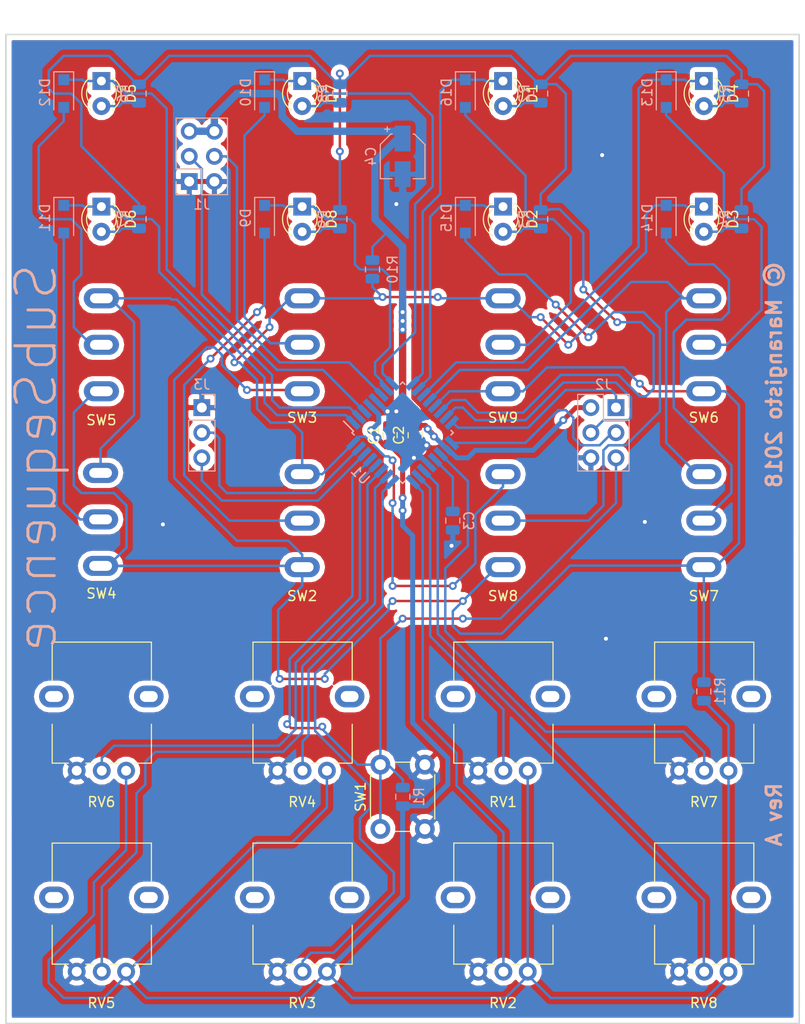
<source format=kicad_pcb>
(kicad_pcb (version 20171130) (host pcbnew "(5.0.1-3-g963ef8bb5)")
  (layers (0 F.Cu signal) (31 B.Cu signal) (34 B.Paste user) (35 F.Paste user) (36 B.SilkS user) (37 F.SilkS user) (38 B.Mask user) (39 F.Mask user) (44 Edge.Cuts user))
  (net 0 "")
  (net 1 "Net-(J2-Pad5)")
  (net 2 +5V)
  (net 3 /MCU328/PB2)
  (net 4 "Net-(D2-Pad2)")
  (net 5 "Net-(D3-Pad2)")
  (net 6 "Net-(D8-Pad2)")
  (net 7 "Net-(D7-Pad2)")
  (net 8 "Net-(D6-Pad2)")
  (net 9 "Net-(D5-Pad2)")
  (net 10 "Net-(D4-Pad2)")
  (net 11 "Net-(D1-Pad2)")
  (net 12 "Net-(J2-Pad4)")
  (net 13 "Net-(J2-Pad3)")
  (net 14 "Net-(J2-Pad1)")
  (net 15 SDA)
  (net 16 SCL)
  (net 17 /MCU328/RXD/PD0)
  (net 18 /MCU328/TXD/PD1)
  (net 19 /MCU328/PB7)
  (net 20 "Net-(D13-Pad2)")
  (net 21 /MCU328/PB6)
  (net 22 "Net-(D16-Pad2)")
  (net 23 "Net-(D15-Pad2)")
  (net 24 "Net-(D14-Pad2)")
  (net 25 "Net-(D12-Pad2)")
  (net 26 "Net-(D11-Pad2)")
  (net 27 "Net-(D10-Pad2)")
  (net 28 "Net-(D9-Pad2)")
  (net 29 /MCU328/PE3)
  (net 30 /MCU328/PE2)
  (net 31 /MCU328/PC5)
  (net 32 /MCU328/PC3)
  (net 33 /MCU328/PC1)
  (net 34 /MCU328/PC0)
  (net 35 /MCU328/PC4)
  (net 36 /MCU328/PC2)
  (net 37 /MCU328/PD4)
  (net 38 /MCU328/PD7)
  (net 39 /MCU328/PD6)
  (net 40 /MCU328/PD5)
  (net 41 /MCU328/PD3)
  (net 42 /MCU328/PD2)
  (net 43 /MCU328/PB1)
  (net 44 /MCU328/PB0)
  (net 45 "Net-(C3-Pad2)")
  (net 46 GND)
  (module Local:SP1MS1 (layer F.Cu) (at 142.24 104.14)
    (fp_text reference SW2 (at 0 7.62) (layer F.SilkS))
    (fp_text value SW_SPDT_MSM)
    (pad 1 thru_hole oval (at 0 4.7) (size 3.556 2.032) (drill oval 2.3 1) (layers *.Cu *.Mask) (net 43 /MCU328/PB1))
    (pad 2 thru_hole oval (at 0 0) (size 3.556 2.032) (drill oval 2.3 1) (layers *.Cu *.Mask) (net 28 "Net-(D9-Pad2)"))
    (pad 3 thru_hole oval (at 0 -4.7) (size 3.556 2.032) (drill oval 2.3 1) (layers *.Cu *.Mask) (net 42 /MCU328/PD2))
  )
  (module Local:SP1MS1 (layer F.Cu) (at 142.24 86.36)
    (fp_text reference SW3 (at 0 7.366) (layer F.SilkS))
    (fp_text value SW_SPDT_MSM)
    (pad 1 thru_hole oval (at 0 4.7) (size 3.556 2.032) (drill oval 2.3 1) (layers *.Cu *.Mask) (net 43 /MCU328/PB1))
    (pad 2 thru_hole oval (at 0 0) (size 3.556 2.032) (drill oval 2.3 1) (layers *.Cu *.Mask) (net 27 "Net-(D10-Pad2)"))
    (pad 3 thru_hole oval (at 0 -4.7) (size 3.556 2.032) (drill oval 2.3 1) (layers *.Cu *.Mask) (net 42 /MCU328/PD2))
  )
  (module Local:SP1MS1 (layer F.Cu) (at 121.838 104.014)
    (fp_text reference SW4 (at 0.082 7.492) (layer F.SilkS))
    (fp_text value SW_SPDT_MSM)
    (pad 1 thru_hole oval (at 0 4.7) (size 3.556 2.032) (drill oval 2.3 1) (layers *.Cu *.Mask) (net 43 /MCU328/PB1))
    (pad 2 thru_hole oval (at 0 0) (size 3.556 2.032) (drill oval 2.3 1) (layers *.Cu *.Mask) (net 26 "Net-(D11-Pad2)"))
    (pad 3 thru_hole oval (at 0 -4.7) (size 3.556 2.032) (drill oval 2.3 1) (layers *.Cu *.Mask) (net 42 /MCU328/PD2))
  )
  (module Local:SP1MS1 (layer F.Cu) (at 121.92 86.36)
    (fp_text reference SW5 (at 0 7.62) (layer F.SilkS))
    (fp_text value SW_SPDT_MSM)
    (pad 1 thru_hole oval (at 0 4.7) (size 3.556 2.032) (drill oval 2.3 1) (layers *.Cu *.Mask) (net 43 /MCU328/PB1))
    (pad 2 thru_hole oval (at 0 0) (size 3.556 2.032) (drill oval 2.3 1) (layers *.Cu *.Mask) (net 25 "Net-(D12-Pad2)"))
    (pad 3 thru_hole oval (at 0 -4.7) (size 3.556 2.032) (drill oval 2.3 1) (layers *.Cu *.Mask) (net 42 /MCU328/PD2))
  )
  (module Local:SP1MS1 (layer F.Cu) (at 182.88 104.14)
    (fp_text reference SW7 (at 0 7.62) (layer F.SilkS))
    (fp_text value SW_SPDT_MSM)
    (pad 1 thru_hole oval (at 0 4.7) (size 3.556 2.032) (drill oval 2.3 1) (layers *.Cu *.Mask) (net 43 /MCU328/PB1))
    (pad 2 thru_hole oval (at 0 0) (size 3.556 2.032) (drill oval 2.3 1) (layers *.Cu *.Mask) (net 24 "Net-(D14-Pad2)"))
    (pad 3 thru_hole oval (at 0 -4.7) (size 3.556 2.032) (drill oval 2.3 1) (layers *.Cu *.Mask) (net 42 /MCU328/PD2))
  )
  (module Local:SP1MS1 (layer F.Cu) (at 162.56 104.14)
    (fp_text reference SW8 (at 0 7.62) (layer F.SilkS))
    (fp_text value SW_SPDT_MSM)
    (pad 1 thru_hole oval (at 0 4.7) (size 3.556 2.032) (drill oval 2.3 1) (layers *.Cu *.Mask) (net 43 /MCU328/PB1))
    (pad 2 thru_hole oval (at 0 0) (size 3.556 2.032) (drill oval 2.3 1) (layers *.Cu *.Mask) (net 23 "Net-(D15-Pad2)"))
    (pad 3 thru_hole oval (at 0 -4.7) (size 3.556 2.032) (drill oval 2.3 1) (layers *.Cu *.Mask) (net 42 /MCU328/PD2))
  )
  (module Local:SP1MS1 (layer F.Cu) (at 162.56 86.36)
    (fp_text reference SW9 (at 0 7.366) (layer F.SilkS))
    (fp_text value SW_SPDT_MSM)
    (pad 1 thru_hole oval (at 0 4.7) (size 3.556 2.032) (drill oval 2.3 1) (layers *.Cu *.Mask) (net 43 /MCU328/PB1))
    (pad 2 thru_hole oval (at 0 0) (size 3.556 2.032) (drill oval 2.3 1) (layers *.Cu *.Mask) (net 22 "Net-(D16-Pad2)"))
    (pad 3 thru_hole oval (at 0 -4.7) (size 3.556 2.032) (drill oval 2.3 1) (layers *.Cu *.Mask) (net 42 /MCU328/PD2))
  )
  (module Local:SP1MS1 (layer F.Cu) (at 182.88 86.36)
    (fp_text reference SW6 (at 0 7.366) (layer F.SilkS))
    (fp_text value SW_SPDT_MSM)
    (pad 1 thru_hole oval (at 0 4.7) (size 3.556 2.032) (drill oval 2.3 1) (layers *.Cu *.Mask) (net 43 /MCU328/PB1))
    (pad 2 thru_hole oval (at 0 0) (size 3.556 2.032) (drill oval 2.3 1) (layers *.Cu *.Mask) (net 20 "Net-(D13-Pad2)"))
    (pad 3 thru_hole oval (at 0 -4.7) (size 3.556 2.032) (drill oval 2.3 1) (layers *.Cu *.Mask) (net 42 /MCU328/PD2))
  )
  (module Button_Switch_THT:SW_PUSH_6mm_H9.5mm (layer F.Cu) (at 150.14956 135.31088 90)
    (fp_text reference SW1 (at 3.25 -2 90) (layer F.SilkS))
    (fp_text value SW_Push)
    (pad 2 thru_hole circle (at 0 4.5 180) (size 2 2) (drill 1.1) (layers *.Cu *.Mask) (net 46 GND))
    (pad 1 thru_hole circle (at 0 0 180) (size 2 2) (drill 1.1) (layers *.Cu *.Mask) (net 1 "Net-(J2-Pad5)"))
    (pad 2 thru_hole circle (at 6.5 4.5 180) (size 2 2) (drill 1.1) (layers *.Cu *.Mask) (net 46 GND))
    (pad 1 thru_hole circle (at 6.5 0 180) (size 2 2) (drill 1.1) (layers *.Cu *.Mask) (net 1 "Net-(J2-Pad5)"))
  )
  (module Capacitor_SMD:CP_Elec_4x5.8 (layer B.Cu) (at 152.4 67.31 270)
    (fp_text reference C4 (at 0 3.2 270) (layer B.SilkS) (effects (justify mirror)))
    (fp_text value 10u)
    (pad 1 smd rect (at -1.8 0 270) (size 2.6 1.6) (layers B.Cu B.Paste B.Mask) (net 2 +5V))
    (pad 2 smd rect (at 1.8 0 270) (size 2.6 1.6) (layers B.Cu B.Paste B.Mask) (net 46 GND))
  )
  (module Capacitor_SMD:C_0805_2012Metric (layer F.Cu) (at 151.13 95.504 90)
    (fp_text reference C1 (at 0 -1.65 90) (layer F.SilkS))
    (fp_text value 100n)
    (pad 1 smd roundrect (at -0.9375 0 90) (size 0.975 1.4) (layers F.Cu F.Paste F.Mask) (net 2 +5V))
    (pad 2 smd roundrect (at 0.9375 0 90) (size 0.975 1.4) (layers F.Cu F.Paste F.Mask) (net 46 GND))
  )
  (module Capacitor_SMD:C_0805_2012Metric (layer F.Cu) (at 153.67 95.504 90)
    (fp_text reference C2 (at 0 -1.65 90) (layer F.SilkS))
    (fp_text value 100n)
    (pad 2 smd roundrect (at 0.9375 0 90) (size 0.975 1.4) (layers F.Cu F.Paste F.Mask) (net 2 +5V))
    (pad 1 smd roundrect (at -0.9375 0 90) (size 0.975 1.4) (layers F.Cu F.Paste F.Mask) (net 46 GND))
  )
  (module Capacitor_SMD:C_0805_2012Metric (layer B.Cu) (at 157.48 104.14 90)
    (fp_text reference C3 (at 0 1.65 90) (layer B.SilkS) (effects (justify mirror)))
    (fp_text value 100n)
    (pad 1 smd roundrect (at -0.9375 0 90) (size 0.975 1.4) (layers B.Cu B.Paste B.Mask) (net 46 GND))
    (pad 2 smd roundrect (at 0.9375 0 90) (size 0.975 1.4) (layers B.Cu B.Paste B.Mask) (net 45 "Net-(C3-Pad2)"))
  )
  (module Connector_PinHeader_2.54mm:PinHeader_1x03_P2.54mm_Vertical (layer B.Cu) (at 132.08 92.71 180)
    (fp_text reference J3 (at 0 2.33 180) (layer B.SilkS) (effects (justify mirror)))
    (fp_text value Conn_01x03)
    (pad 1 thru_hole rect (at 0 0 180) (size 1.7 1.7) (drill 1) (layers *.Cu *.Mask) (net 46 GND))
    (pad 2 thru_hole oval (at 0 -2.54 180) (size 1.7 1.7) (drill 1) (layers *.Cu *.Mask) (net 18 /MCU328/TXD/PD1))
    (pad 3 thru_hole oval (at 0 -5.08 180) (size 1.7 1.7) (drill 1) (layers *.Cu *.Mask) (net 17 /MCU328/RXD/PD0))
  )
  (module Connector_PinHeader_2.54mm:PinHeader_2x03_P2.54mm_Vertical (layer B.Cu) (at 130.81 69.85)
    (fp_text reference J1 (at 1.27 2.33) (layer B.SilkS) (effects (justify mirror)))
    (fp_text value Conn_02x03_Odd_Even)
    (pad 6 thru_hole oval (at 2.54 -5.08) (size 1.7 1.7) (drill 1) (layers *.Cu *.Mask) (net 2 +5V))
    (pad 5 thru_hole oval (at 0 -5.08) (size 1.7 1.7) (drill 1) (layers *.Cu *.Mask) (net 2 +5V))
    (pad 4 thru_hole oval (at 2.54 -2.54) (size 1.7 1.7) (drill 1) (layers *.Cu *.Mask) (net 16 SCL))
    (pad 3 thru_hole oval (at 0 -2.54) (size 1.7 1.7) (drill 1) (layers *.Cu *.Mask) (net 15 SDA))
    (pad 2 thru_hole oval (at 2.54 0) (size 1.7 1.7) (drill 1) (layers *.Cu *.Mask) (net 46 GND))
    (pad 1 thru_hole rect (at 0 0) (size 1.7 1.7) (drill 1) (layers *.Cu *.Mask) (net 46 GND))
  )
  (module Connector_PinHeader_2.54mm:PinHeader_2x03_P2.54mm_Vertical (layer B.Cu) (at 173.99 92.71 180)
    (fp_text reference J2 (at 1.27 2.33 180) (layer B.SilkS) (effects (justify mirror)))
    (fp_text value Conn_02x03_Odd_Even)
    (pad 1 thru_hole rect (at 0 0 180) (size 1.7 1.7) (drill 1) (layers *.Cu *.Mask) (net 14 "Net-(J2-Pad1)"))
    (pad 2 thru_hole oval (at 2.54 0 180) (size 1.7 1.7) (drill 1) (layers *.Cu *.Mask) (net 2 +5V))
    (pad 3 thru_hole oval (at 0 -2.54 180) (size 1.7 1.7) (drill 1) (layers *.Cu *.Mask) (net 13 "Net-(J2-Pad3)"))
    (pad 4 thru_hole oval (at 2.54 -2.54 180) (size 1.7 1.7) (drill 1) (layers *.Cu *.Mask) (net 12 "Net-(J2-Pad4)"))
    (pad 5 thru_hole oval (at 0 -5.08 180) (size 1.7 1.7) (drill 1) (layers *.Cu *.Mask) (net 1 "Net-(J2-Pad5)"))
    (pad 6 thru_hole oval (at 2.54 -5.08 180) (size 1.7 1.7) (drill 1) (layers *.Cu *.Mask) (net 46 GND))
  )
  (module Diode_SMD:D_SOD-123F (layer B.Cu) (at 138.43 73.66 270)
    (fp_text reference D9 (at -0.127 1.905 270) (layer B.SilkS) (effects (justify mirror)))
    (fp_text value 1N4148)
    (pad 2 smd rect (at 1.4 0 270) (size 1.1 1.1) (layers B.Cu B.Paste B.Mask) (net 28 "Net-(D9-Pad2)"))
    (pad 1 smd rect (at -1.4 0 270) (size 1.1 1.1) (layers B.Cu B.Paste B.Mask) (net 21 /MCU328/PB6))
  )
  (module Diode_SMD:D_SOD-123F (layer B.Cu) (at 138.43 60.96 270)
    (fp_text reference D10 (at -0.127 1.905 270) (layer B.SilkS) (effects (justify mirror)))
    (fp_text value 1N4148)
    (pad 1 smd rect (at -1.4 0 270) (size 1.1 1.1) (layers B.Cu B.Paste B.Mask) (net 19 /MCU328/PB7))
    (pad 2 smd rect (at 1.4 0 270) (size 1.1 1.1) (layers B.Cu B.Paste B.Mask) (net 27 "Net-(D10-Pad2)"))
  )
  (module Diode_SMD:D_SOD-123F (layer B.Cu) (at 118.11 73.66 270)
    (fp_text reference D11 (at -0.127 1.905 270) (layer B.SilkS) (effects (justify mirror)))
    (fp_text value 1N4148)
    (pad 2 smd rect (at 1.4 0 270) (size 1.1 1.1) (layers B.Cu B.Paste B.Mask) (net 26 "Net-(D11-Pad2)"))
    (pad 1 smd rect (at -1.4 0 270) (size 1.1 1.1) (layers B.Cu B.Paste B.Mask) (net 41 /MCU328/PD3))
  )
  (module Diode_SMD:D_SOD-123F (layer B.Cu) (at 118.11 60.96 270)
    (fp_text reference D12 (at -0.127 1.905 270) (layer B.SilkS) (effects (justify mirror)))
    (fp_text value 1N4148)
    (pad 1 smd rect (at -1.4 0 270) (size 1.1 1.1) (layers B.Cu B.Paste B.Mask) (net 37 /MCU328/PD4))
    (pad 2 smd rect (at 1.4 0 270) (size 1.1 1.1) (layers B.Cu B.Paste B.Mask) (net 25 "Net-(D12-Pad2)"))
  )
  (module Diode_SMD:D_SOD-123F (layer B.Cu) (at 179.07 60.96 270)
    (fp_text reference D13 (at -0.127 1.905 270) (layer B.SilkS) (effects (justify mirror)))
    (fp_text value 1N4148)
    (pad 2 smd rect (at 1.4 0 270) (size 1.1 1.1) (layers B.Cu B.Paste B.Mask) (net 20 "Net-(D13-Pad2)"))
    (pad 1 smd rect (at -1.4 0 270) (size 1.1 1.1) (layers B.Cu B.Paste B.Mask) (net 38 /MCU328/PD7))
  )
  (module Diode_SMD:D_SOD-123F (layer B.Cu) (at 179.07 73.66 270)
    (fp_text reference D14 (at -0.127 1.905 270) (layer B.SilkS) (effects (justify mirror)))
    (fp_text value 1N4148)
    (pad 1 smd rect (at -1.4 0 270) (size 1.1 1.1) (layers B.Cu B.Paste B.Mask) (net 44 /MCU328/PB0))
    (pad 2 smd rect (at 1.4 0 270) (size 1.1 1.1) (layers B.Cu B.Paste B.Mask) (net 24 "Net-(D14-Pad2)"))
  )
  (module Diode_SMD:D_SOD-123F (layer B.Cu) (at 158.75 73.66 270)
    (fp_text reference D15 (at -0.127 1.905 270) (layer B.SilkS) (effects (justify mirror)))
    (fp_text value 1N4148)
    (pad 2 smd rect (at 1.4 0 270) (size 1.1 1.1) (layers B.Cu B.Paste B.Mask) (net 23 "Net-(D15-Pad2)"))
    (pad 1 smd rect (at -1.4 0 270) (size 1.1 1.1) (layers B.Cu B.Paste B.Mask) (net 39 /MCU328/PD6))
  )
  (module Diode_SMD:D_SOD-123F (layer B.Cu) (at 158.75 60.96 270)
    (fp_text reference D16 (at -0.127 1.905 270) (layer B.SilkS) (effects (justify mirror)))
    (fp_text value 1N4148)
    (pad 1 smd rect (at -1.4 0 270) (size 1.1 1.1) (layers B.Cu B.Paste B.Mask) (net 40 /MCU328/PD5))
    (pad 2 smd rect (at 1.4 0 270) (size 1.1 1.1) (layers B.Cu B.Paste B.Mask) (net 22 "Net-(D16-Pad2)"))
  )
  (module LED_THT:LED_D3.0mm (layer F.Cu) (at 142.24 59.69 270)
    (fp_text reference D7 (at 1.27 -2.96 270) (layer F.SilkS))
    (fp_text value LED)
    (pad 2 thru_hole circle (at 2.54 0 270) (size 1.8 1.8) (drill 0.9) (layers *.Cu *.Mask) (net 7 "Net-(D7-Pad2)"))
    (pad 1 thru_hole rect (at 0 0 270) (size 1.8 1.8) (drill 0.9) (layers *.Cu *.Mask) (net 19 /MCU328/PB7))
  )
  (module LED_THT:LED_D3.0mm (layer F.Cu) (at 121.92 72.39 270)
    (fp_text reference D6 (at 1.27 -2.96 270) (layer F.SilkS))
    (fp_text value LED)
    (pad 1 thru_hole rect (at 0 0 270) (size 1.8 1.8) (drill 0.9) (layers *.Cu *.Mask) (net 41 /MCU328/PD3))
    (pad 2 thru_hole circle (at 2.54 0 270) (size 1.8 1.8) (drill 0.9) (layers *.Cu *.Mask) (net 8 "Net-(D6-Pad2)"))
  )
  (module LED_THT:LED_D3.0mm (layer F.Cu) (at 121.92 59.69 270)
    (fp_text reference D5 (at 1.27 -2.96 270) (layer F.SilkS))
    (fp_text value LED)
    (pad 2 thru_hole circle (at 2.54 0 270) (size 1.8 1.8) (drill 0.9) (layers *.Cu *.Mask) (net 9 "Net-(D5-Pad2)"))
    (pad 1 thru_hole rect (at 0 0 270) (size 1.8 1.8) (drill 0.9) (layers *.Cu *.Mask) (net 37 /MCU328/PD4))
  )
  (module LED_THT:LED_D3.0mm (layer F.Cu) (at 142.24 72.39 270)
    (fp_text reference D8 (at 1.27 -2.96 270) (layer F.SilkS))
    (fp_text value LED)
    (pad 1 thru_hole rect (at 0 0 270) (size 1.8 1.8) (drill 0.9) (layers *.Cu *.Mask) (net 21 /MCU328/PB6))
    (pad 2 thru_hole circle (at 2.54 0 270) (size 1.8 1.8) (drill 0.9) (layers *.Cu *.Mask) (net 6 "Net-(D8-Pad2)"))
  )
  (module LED_THT:LED_D3.0mm (layer F.Cu) (at 182.88 59.69 270)
    (fp_text reference D4 (at 1.27 -2.96 270) (layer F.SilkS))
    (fp_text value LED)
    (pad 2 thru_hole circle (at 2.54 0 270) (size 1.8 1.8) (drill 0.9) (layers *.Cu *.Mask) (net 10 "Net-(D4-Pad2)"))
    (pad 1 thru_hole rect (at 0 0 270) (size 1.8 1.8) (drill 0.9) (layers *.Cu *.Mask) (net 38 /MCU328/PD7))
  )
  (module LED_THT:LED_D3.0mm (layer F.Cu) (at 162.56 59.69 270)
    (fp_text reference D1 (at 1.27 -2.96 270) (layer F.SilkS))
    (fp_text value LED)
    (pad 1 thru_hole rect (at 0 0 270) (size 1.8 1.8) (drill 0.9) (layers *.Cu *.Mask) (net 40 /MCU328/PD5))
    (pad 2 thru_hole circle (at 2.54 0 270) (size 1.8 1.8) (drill 0.9) (layers *.Cu *.Mask) (net 11 "Net-(D1-Pad2)"))
  )
  (module LED_THT:LED_D3.0mm (layer F.Cu) (at 162.56 72.39 270)
    (fp_text reference D2 (at 1.27 -2.96 270) (layer F.SilkS))
    (fp_text value LED)
    (pad 2 thru_hole circle (at 2.54 0 270) (size 1.8 1.8) (drill 0.9) (layers *.Cu *.Mask) (net 4 "Net-(D2-Pad2)"))
    (pad 1 thru_hole rect (at 0 0 270) (size 1.8 1.8) (drill 0.9) (layers *.Cu *.Mask) (net 39 /MCU328/PD6))
  )
  (module LED_THT:LED_D3.0mm (layer F.Cu) (at 182.88 72.39 270)
    (fp_text reference D3 (at 1.27 -2.96 270) (layer F.SilkS))
    (fp_text value LED)
    (pad 1 thru_hole rect (at 0 0 270) (size 1.8 1.8) (drill 0.9) (layers *.Cu *.Mask) (net 44 /MCU328/PB0))
    (pad 2 thru_hole circle (at 2.54 0 270) (size 1.8 1.8) (drill 0.9) (layers *.Cu *.Mask) (net 5 "Net-(D3-Pad2)"))
  )
  (module Package_QFP:TQFP-32_7x7mm_P0.8mm (layer B.Cu) (at 152.4 95.25 315)
    (fp_text reference U1 (at 0 6.05 315) (layer B.SilkS) (effects (justify mirror)))
    (fp_text value ATmega328PB-AU)
    (pad 1 smd rect (at -4.25 2.8 315) (size 1.6 0.55) (layers B.Cu B.Paste B.Mask) (net 41 /MCU328/PD3))
    (pad 2 smd rect (at -4.25 2 315) (size 1.6 0.55) (layers B.Cu B.Paste B.Mask) (net 37 /MCU328/PD4))
    (pad 3 smd rect (at -4.25 1.2 315) (size 1.6 0.55) (layers B.Cu B.Paste B.Mask) (net 15 SDA))
    (pad 4 smd rect (at -4.25 0.4 315) (size 1.6 0.55) (layers B.Cu B.Paste B.Mask) (net 2 +5V))
    (pad 5 smd rect (at -4.25 -0.4 315) (size 1.6 0.55) (layers B.Cu B.Paste B.Mask) (net 46 GND))
    (pad 6 smd rect (at -4.25 -1.2 315) (size 1.6 0.55) (layers B.Cu B.Paste B.Mask) (net 16 SCL))
    (pad 7 smd rect (at -4.25 -2 315) (size 1.6 0.55) (layers B.Cu B.Paste B.Mask) (net 21 /MCU328/PB6))
    (pad 8 smd rect (at -4.25 -2.8 315) (size 1.6 0.55) (layers B.Cu B.Paste B.Mask) (net 19 /MCU328/PB7))
    (pad 9 smd rect (at -2.8 -4.25 225) (size 1.6 0.55) (layers B.Cu B.Paste B.Mask) (net 40 /MCU328/PD5))
    (pad 10 smd rect (at -2 -4.25 225) (size 1.6 0.55) (layers B.Cu B.Paste B.Mask) (net 39 /MCU328/PD6))
    (pad 11 smd rect (at -1.2 -4.25 225) (size 1.6 0.55) (layers B.Cu B.Paste B.Mask) (net 38 /MCU328/PD7))
    (pad 12 smd rect (at -0.4 -4.25 225) (size 1.6 0.55) (layers B.Cu B.Paste B.Mask) (net 44 /MCU328/PB0))
    (pad 13 smd rect (at 0.4 -4.25 225) (size 1.6 0.55) (layers B.Cu B.Paste B.Mask) (net 43 /MCU328/PB1))
    (pad 14 smd rect (at 1.2 -4.25 225) (size 1.6 0.55) (layers B.Cu B.Paste B.Mask) (net 3 /MCU328/PB2))
    (pad 15 smd rect (at 2 -4.25 225) (size 1.6 0.55) (layers B.Cu B.Paste B.Mask) (net 12 "Net-(J2-Pad4)"))
    (pad 16 smd rect (at 2.8 -4.25 225) (size 1.6 0.55) (layers B.Cu B.Paste B.Mask) (net 14 "Net-(J2-Pad1)"))
    (pad 17 smd rect (at 4.25 -2.8 315) (size 1.6 0.55) (layers B.Cu B.Paste B.Mask) (net 13 "Net-(J2-Pad3)"))
    (pad 18 smd rect (at 4.25 -2 315) (size 1.6 0.55) (layers B.Cu B.Paste B.Mask) (net 2 +5V))
    (pad 19 smd rect (at 4.25 -1.2 315) (size 1.6 0.55) (layers B.Cu B.Paste B.Mask) (net 30 /MCU328/PE2))
    (pad 20 smd rect (at 4.25 -0.4 315) (size 1.6 0.55) (layers B.Cu B.Paste B.Mask) (net 45 "Net-(C3-Pad2)"))
    (pad 21 smd rect (at 4.25 0.4 315) (size 1.6 0.55) (layers B.Cu B.Paste B.Mask) (net 46 GND))
    (pad 22 smd rect (at 4.25 1.2 315) (size 1.6 0.55) (layers B.Cu B.Paste B.Mask) (net 29 /MCU328/PE3))
    (pad 23 smd rect (at 4.25 2 315) (size 1.6 0.55) (layers B.Cu B.Paste B.Mask) (net 34 /MCU328/PC0))
    (pad 24 smd rect (at 4.25 2.8 315) (size 1.6 0.55) (layers B.Cu B.Paste B.Mask) (net 33 /MCU328/PC1))
    (pad 25 smd rect (at 2.8 4.25 225) (size 1.6 0.55) (layers B.Cu B.Paste B.Mask) (net 36 /MCU328/PC2))
    (pad 26 smd rect (at 2 4.25 225) (size 1.6 0.55) (layers B.Cu B.Paste B.Mask) (net 32 /MCU328/PC3))
    (pad 27 smd rect (at 1.2 4.25 225) (size 1.6 0.55) (layers B.Cu B.Paste B.Mask) (net 35 /MCU328/PC4))
    (pad 28 smd rect (at 0.4 4.25 225) (size 1.6 0.55) (layers B.Cu B.Paste B.Mask) (net 31 /MCU328/PC5))
    (pad 29 smd rect (at -0.4 4.25 225) (size 1.6 0.55) (layers B.Cu B.Paste B.Mask) (net 1 "Net-(J2-Pad5)"))
    (pad 30 smd rect (at -1.2 4.25 225) (size 1.6 0.55) (layers B.Cu B.Paste B.Mask) (net 17 /MCU328/RXD/PD0))
    (pad 31 smd rect (at -2 4.25 225) (size 1.6 0.55) (layers B.Cu B.Paste B.Mask) (net 18 /MCU328/TXD/PD1))
    (pad 32 smd rect (at -2.8 4.25 225) (size 1.6 0.55) (layers B.Cu B.Paste B.Mask) (net 42 /MCU328/PD2))
  )
  (module Resistor_SMD:R_0805_2012Metric (layer B.Cu) (at 152.42032 132.06222 90)
    (fp_text reference R1 (at 0 1.65 90) (layer B.SilkS) (effects (justify mirror)))
    (fp_text value 10k)
    (pad 1 smd roundrect (at -0.9375 0 90) (size 0.975 1.4) (layers B.Cu B.Paste B.Mask) (net 2 +5V))
    (pad 2 smd roundrect (at 0.9375 0 90) (size 0.975 1.4) (layers B.Cu B.Paste B.Mask) (net 1 "Net-(J2-Pad5)"))
  )
  (module Resistor_SMD:R_0805_2012Metric (layer B.Cu) (at 166.37 60.96 270)
    (fp_text reference R2 (at 0 1.65 270) (layer B.SilkS) (effects (justify mirror)))
    (fp_text value 330)
    (pad 2 smd roundrect (at 0.9375 0 270) (size 0.975 1.4) (layers B.Cu B.Paste B.Mask) (net 11 "Net-(D1-Pad2)"))
    (pad 1 smd roundrect (at -0.9375 0 270) (size 0.975 1.4) (layers B.Cu B.Paste B.Mask) (net 3 /MCU328/PB2))
  )
  (module Resistor_SMD:R_0805_2012Metric (layer B.Cu) (at 166.37 73.66 270)
    (fp_text reference R3 (at 0 1.65 270) (layer B.SilkS) (effects (justify mirror)))
    (fp_text value 330)
    (pad 1 smd roundrect (at -0.9375 0 270) (size 0.975 1.4) (layers B.Cu B.Paste B.Mask) (net 3 /MCU328/PB2))
    (pad 2 smd roundrect (at 0.9375 0 270) (size 0.975 1.4) (layers B.Cu B.Paste B.Mask) (net 4 "Net-(D2-Pad2)"))
  )
  (module Resistor_SMD:R_0805_2012Metric (layer B.Cu) (at 186.69 60.96 270)
    (fp_text reference R5 (at 0 1.65 270) (layer B.SilkS) (effects (justify mirror)))
    (fp_text value 330)
    (pad 2 smd roundrect (at 0.9375 0 270) (size 0.975 1.4) (layers B.Cu B.Paste B.Mask) (net 10 "Net-(D4-Pad2)"))
    (pad 1 smd roundrect (at -0.9375 0 270) (size 0.975 1.4) (layers B.Cu B.Paste B.Mask) (net 3 /MCU328/PB2))
  )
  (module Resistor_SMD:R_0805_2012Metric (layer B.Cu) (at 125.73 60.96 270)
    (fp_text reference R6 (at 0 1.65 270) (layer B.SilkS) (effects (justify mirror)))
    (fp_text value 330)
    (pad 1 smd roundrect (at -0.9375 0 270) (size 0.975 1.4) (layers B.Cu B.Paste B.Mask) (net 3 /MCU328/PB2))
    (pad 2 smd roundrect (at 0.9375 0 270) (size 0.975 1.4) (layers B.Cu B.Paste B.Mask) (net 9 "Net-(D5-Pad2)"))
  )
  (module Resistor_SMD:R_0805_2012Metric (layer B.Cu) (at 125.73 73.66 270)
    (fp_text reference R7 (at 0 1.65 270) (layer B.SilkS) (effects (justify mirror)))
    (fp_text value 330)
    (pad 2 smd roundrect (at 0.9375 0 270) (size 0.975 1.4) (layers B.Cu B.Paste B.Mask) (net 8 "Net-(D6-Pad2)"))
    (pad 1 smd roundrect (at -0.9375 0 270) (size 0.975 1.4) (layers B.Cu B.Paste B.Mask) (net 3 /MCU328/PB2))
  )
  (module Resistor_SMD:R_0805_2012Metric (layer B.Cu) (at 146.05 60.96 270)
    (fp_text reference R8 (at 0 1.65 270) (layer B.SilkS) (effects (justify mirror)))
    (fp_text value 330)
    (pad 1 smd roundrect (at -0.9375 0 270) (size 0.975 1.4) (layers B.Cu B.Paste B.Mask) (net 3 /MCU328/PB2))
    (pad 2 smd roundrect (at 0.9375 0 270) (size 0.975 1.4) (layers B.Cu B.Paste B.Mask) (net 7 "Net-(D7-Pad2)"))
  )
  (module Resistor_SMD:R_0805_2012Metric (layer B.Cu) (at 146.05 73.66 270)
    (fp_text reference R9 (at 0 1.65 270) (layer B.SilkS) (effects (justify mirror)))
    (fp_text value 330)
    (pad 2 smd roundrect (at 0.9375 0 270) (size 0.975 1.4) (layers B.Cu B.Paste B.Mask) (net 6 "Net-(D8-Pad2)"))
    (pad 1 smd roundrect (at -0.9375 0 270) (size 0.975 1.4) (layers B.Cu B.Paste B.Mask) (net 3 /MCU328/PB2))
  )
  (module Resistor_SMD:R_0805_2012Metric (layer B.Cu) (at 186.69 73.66 270)
    (fp_text reference R4 (at 0 1.65 270) (layer B.SilkS) (effects (justify mirror)))
    (fp_text value 330)
    (pad 1 smd roundrect (at -0.9375 0 270) (size 0.975 1.4) (layers B.Cu B.Paste B.Mask) (net 3 /MCU328/PB2))
    (pad 2 smd roundrect (at 0.9375 0 270) (size 0.975 1.4) (layers B.Cu B.Paste B.Mask) (net 5 "Net-(D3-Pad2)"))
  )
  (module Local:AlpsRK09K (layer F.Cu) (at 182.88 142.24)
    (fp_text reference RV8 (at 0 10.668 180) (layer F.SilkS))
    (fp_text value 100k)
    (pad "" np_thru_hole oval (at 4.8 0) (size 3 2.2) (drill oval 1.8 1.1) (layers *.Cu *.Mask))
    (pad 3 thru_hole circle (at -2.5 7.50001 90) (size 1.8 1.8) (drill 1) (layers *.Cu *.Mask) (net 46 GND))
    (pad 2 thru_hole circle (at 0.04 7.50001 90) (size 1.8 1.8) (drill 1) (layers *.Cu *.Mask) (net 29 /MCU328/PE3))
    (pad 1 thru_hole circle (at 2.5 7.50001 90) (size 1.8 1.8) (drill 1) (layers *.Cu *.Mask) (net 2 +5V))
    (pad "" np_thru_hole oval (at -4.8 0) (size 3 2.2) (drill oval 1.8 1.1) (layers *.Cu *.Mask))
  )
  (module Local:AlpsRK09K (layer F.Cu) (at 182.88 121.92)
    (fp_text reference RV7 (at 0 10.668 180) (layer F.SilkS))
    (fp_text value 100k)
    (pad "" np_thru_hole oval (at 4.8 0) (size 3 2.2) (drill oval 1.8 1.1) (layers *.Cu *.Mask))
    (pad 3 thru_hole circle (at -2.5 7.50001 90) (size 1.8 1.8) (drill 1) (layers *.Cu *.Mask) (net 46 GND))
    (pad 2 thru_hole circle (at 0.04 7.50001 90) (size 1.8 1.8) (drill 1) (layers *.Cu *.Mask) (net 30 /MCU328/PE2))
    (pad 1 thru_hole circle (at 2.5 7.50001 90) (size 1.8 1.8) (drill 1) (layers *.Cu *.Mask) (net 2 +5V))
    (pad "" np_thru_hole oval (at -4.8 0) (size 3 2.2) (drill oval 1.8 1.1) (layers *.Cu *.Mask))
  )
  (module Local:AlpsRK09K (layer F.Cu) (at 121.92 121.92)
    (fp_text reference RV6 (at 0 10.668 180) (layer F.SilkS))
    (fp_text value 100k)
    (pad "" np_thru_hole oval (at 4.8 0) (size 3 2.2) (drill oval 1.8 1.1) (layers *.Cu *.Mask))
    (pad 3 thru_hole circle (at -2.5 7.50001 90) (size 1.8 1.8) (drill 1) (layers *.Cu *.Mask) (net 46 GND))
    (pad 2 thru_hole circle (at 0.04 7.50001 90) (size 1.8 1.8) (drill 1) (layers *.Cu *.Mask) (net 31 /MCU328/PC5))
    (pad 1 thru_hole circle (at 2.5 7.50001 90) (size 1.8 1.8) (drill 1) (layers *.Cu *.Mask) (net 2 +5V))
    (pad "" np_thru_hole oval (at -4.8 0) (size 3 2.2) (drill oval 1.8 1.1) (layers *.Cu *.Mask))
  )
  (module Local:AlpsRK09K (layer F.Cu) (at 121.92 142.24)
    (fp_text reference RV5 (at 0 10.668 180) (layer F.SilkS))
    (fp_text value 100k)
    (pad "" np_thru_hole oval (at 4.8 0) (size 3 2.2) (drill oval 1.8 1.1) (layers *.Cu *.Mask))
    (pad 3 thru_hole circle (at -2.5 7.50001 90) (size 1.8 1.8) (drill 1) (layers *.Cu *.Mask) (net 46 GND))
    (pad 2 thru_hole circle (at 0.04 7.50001 90) (size 1.8 1.8) (drill 1) (layers *.Cu *.Mask) (net 35 /MCU328/PC4))
    (pad 1 thru_hole circle (at 2.5 7.50001 90) (size 1.8 1.8) (drill 1) (layers *.Cu *.Mask) (net 2 +5V))
    (pad "" np_thru_hole oval (at -4.8 0) (size 3 2.2) (drill oval 1.8 1.1) (layers *.Cu *.Mask))
  )
  (module Local:AlpsRK09K (layer F.Cu) (at 142.24 121.92)
    (fp_text reference RV4 (at 0 10.668 180) (layer F.SilkS))
    (fp_text value 100k)
    (pad "" np_thru_hole oval (at 4.8 0) (size 3 2.2) (drill oval 1.8 1.1) (layers *.Cu *.Mask))
    (pad 3 thru_hole circle (at -2.5 7.50001 90) (size 1.8 1.8) (drill 1) (layers *.Cu *.Mask) (net 46 GND))
    (pad 2 thru_hole circle (at 0.04 7.50001 90) (size 1.8 1.8) (drill 1) (layers *.Cu *.Mask) (net 32 /MCU328/PC3))
    (pad 1 thru_hole circle (at 2.5 7.50001 90) (size 1.8 1.8) (drill 1) (layers *.Cu *.Mask) (net 2 +5V))
    (pad "" np_thru_hole oval (at -4.8 0) (size 3 2.2) (drill oval 1.8 1.1) (layers *.Cu *.Mask))
  )
  (module Local:AlpsRK09K (layer F.Cu) (at 142.24 142.24)
    (fp_text reference RV3 (at 0 10.668 180) (layer F.SilkS))
    (fp_text value 100k)
    (pad "" np_thru_hole oval (at 4.8 0) (size 3 2.2) (drill oval 1.8 1.1) (layers *.Cu *.Mask))
    (pad 3 thru_hole circle (at -2.5 7.50001 90) (size 1.8 1.8) (drill 1) (layers *.Cu *.Mask) (net 46 GND))
    (pad 2 thru_hole circle (at 0.04 7.50001 90) (size 1.8 1.8) (drill 1) (layers *.Cu *.Mask) (net 36 /MCU328/PC2))
    (pad 1 thru_hole circle (at 2.5 7.50001 90) (size 1.8 1.8) (drill 1) (layers *.Cu *.Mask) (net 2 +5V))
    (pad "" np_thru_hole oval (at -4.8 0) (size 3 2.2) (drill oval 1.8 1.1) (layers *.Cu *.Mask))
  )
  (module Local:AlpsRK09K (layer F.Cu) (at 162.56 142.24)
    (fp_text reference RV2 (at 0 10.668 180) (layer F.SilkS))
    (fp_text value 100k)
    (pad "" np_thru_hole oval (at 4.8 0) (size 3 2.2) (drill oval 1.8 1.1) (layers *.Cu *.Mask))
    (pad 3 thru_hole circle (at -2.5 7.50001 90) (size 1.8 1.8) (drill 1) (layers *.Cu *.Mask) (net 46 GND))
    (pad 2 thru_hole circle (at 0.04 7.50001 90) (size 1.8 1.8) (drill 1) (layers *.Cu *.Mask) (net 33 /MCU328/PC1))
    (pad 1 thru_hole circle (at 2.5 7.50001 90) (size 1.8 1.8) (drill 1) (layers *.Cu *.Mask) (net 2 +5V))
    (pad "" np_thru_hole oval (at -4.8 0) (size 3 2.2) (drill oval 1.8 1.1) (layers *.Cu *.Mask))
  )
  (module Local:AlpsRK09K (layer F.Cu) (at 162.56 121.92)
    (fp_text reference RV1 (at 0 10.668 180) (layer F.SilkS))
    (fp_text value 100k)
    (pad "" np_thru_hole oval (at 4.8 0) (size 3 2.2) (drill oval 1.8 1.1) (layers *.Cu *.Mask))
    (pad 3 thru_hole circle (at -2.5 7.50001 90) (size 1.8 1.8) (drill 1) (layers *.Cu *.Mask) (net 46 GND))
    (pad 2 thru_hole circle (at 0.04 7.50001 90) (size 1.8 1.8) (drill 1) (layers *.Cu *.Mask) (net 34 /MCU328/PC0))
    (pad 1 thru_hole circle (at 2.5 7.50001 90) (size 1.8 1.8) (drill 1) (layers *.Cu *.Mask) (net 2 +5V))
    (pad "" np_thru_hole oval (at -4.8 0) (size 3 2.2) (drill oval 1.8 1.1) (layers *.Cu *.Mask))
  )
  (module Resistor_SMD:R_0805_2012Metric (layer B.Cu) (at 149.352 78.74 270)
    (fp_text reference R10 (at 0 -2.032 270) (layer B.SilkS) (effects (justify mirror)))
    (fp_text value 10k)
    (pad 2 smd roundrect (at 0.9375 0 270) (size 0.975 1.4) (layers B.Cu B.Paste B.Mask) (net 42 /MCU328/PD2))
    (pad 1 smd roundrect (at -0.9375 0 270) (size 0.975 1.4) (layers B.Cu B.Paste B.Mask) (net 2 +5V))
  )
  (module Resistor_SMD:R_0805_2012Metric (layer B.Cu) (at 182.88 121.412 90)
    (fp_text reference R11 (at 0 1.65 90) (layer B.SilkS) (effects (justify mirror)))
    (fp_text value 10k)
    (pad 1 smd roundrect (at -0.9375 0 90) (size 0.975 1.4) (layers B.Cu B.Paste B.Mask) (net 2 +5V))
    (pad 2 smd roundrect (at 0.9375 0 90) (size 0.975 1.4) (layers B.Cu B.Paste B.Mask) (net 43 /MCU328/PB1))
  )
  (gr_text "Rev A" (at 189.992 133.858 90) (layer B.SilkS) (effects (font (size 1.5 1.5) (thickness 0.3)) (justify mirror)))
  (gr_text "© Marangisto 2018" (at 189.992 89.408 90) (layer B.SilkS) (effects (font (size 1.5 1.5) (thickness 0.3)) (justify mirror)))
  (gr_text SubSequence (at 115.316 97.79 90) (layer B.SilkS) (effects (font (size 4 4) (thickness 0.3)) (justify mirror)))
  (gr_line (start 112.27 154.9782) (end 192.53 154.9782) (layer Edge.Cuts) (width 0.15))
  (gr_line (start 112.26 54.9882) (end 192.52 54.9882) (layer Edge.Cuts) (width 0.15))
  (gr_line (start 192.52184 54.98856) (end 192.532 154.9782) (layer Edge.Cuts) (width 0.15))
  (gr_line (start 112.25784 54.98856) (end 112.268 154.9782) (layer Edge.Cuts) (width 0.15))
  (segment (start 150.115001 128.090786) (end 150.115001 129.504999) (width 0.25) (layer B.Cu) (net 1))
  (segment (start 150.14956 133.896667) (end 150.14956 128.81088) (width 0.25) (layer B.Cu) (net 1))
  (segment (start 150.14956 135.31088) (end 150.14956 133.896667) (width 0.25) (layer B.Cu) (net 1))
  (segment (start 152.42032 130.31724) (end 152.42032 131.11222) (width 0.25) (layer B.Cu) (net 1))
  (segment (start 150.14956 128.81088) (end 150.91396 128.81088) (width 0.25) (layer B.Cu) (net 1))
  (segment (start 150.91396 128.81088) (end 152.42032 130.31724) (width 0.25) (layer B.Cu) (net 1))
  (segment (start 140.97 118.11) (end 140.97 123.444) (width 0.25) (layer B.Cu) (net 1))
  (segment (start 147.32 111.76) (end 140.97 118.11) (width 0.25) (layer B.Cu) (net 1))
  (segment (start 149.111953 97.972361) (end 147.32 99.764314) (width 0.25) (layer B.Cu) (net 1))
  (segment (start 147.32 99.764314) (end 147.32 111.76) (width 0.25) (layer B.Cu) (net 1))
  (segment (start 140.97 123.444) (end 140.97 124.46) (width 0.25) (layer B.Cu) (net 1))
  (via (at 140.716 124.714) (size 0.8) (drill 0.4) (layers F.Cu B.Cu) (net 1))
  (segment (start 140.97 124.46) (end 140.716 124.714) (width 0.25) (layer B.Cu) (net 1))
  (segment (start 141.115999 125.113999) (end 144.126001 125.113999) (width 0.25) (layer F.Cu) (net 1))
  (segment (start 140.716 124.714) (end 141.115999 125.113999) (width 0.25) (layer F.Cu) (net 1))
  (via (at 144.272 124.968) (size 0.8) (drill 0.4) (layers F.Cu B.Cu) (net 1))
  (segment (start 144.126001 125.113999) (end 144.272 124.968) (width 0.25) (layer F.Cu) (net 1))
  (segment (start 147.86088 128.81088) (end 150.14956 128.81088) (width 0.25) (layer B.Cu) (net 1))
  (segment (start 144.272 124.968) (end 144.272 125.222) (width 0.25) (layer B.Cu) (net 1))
  (segment (start 144.272 125.222) (end 147.86088 128.81088) (width 0.25) (layer B.Cu) (net 1))
  (segment (start 159.766 114.046) (end 159.512 114.046) (width 0.25) (layer B.Cu) (net 1))
  (segment (start 150.14956 116.04244) (end 150.14956 128.81088) (width 0.25) (layer B.Cu) (net 1))
  (via (at 152.4 114.046) (size 0.8) (drill 0.4) (layers F.Cu B.Cu) (net 1))
  (segment (start 152.4 114.046) (end 150.14956 116.04244) (width 0.25) (layer B.Cu) (net 1))
  (segment (start 158.496 114.046) (end 159.766 114.046) (width 0.25) (layer B.Cu) (net 1))
  (via (at 158.496 114.046) (size 0.8) (drill 0.4) (layers F.Cu B.Cu) (net 1))
  (segment (start 152.4 114.046) (end 158.496 114.046) (width 0.25) (layer F.Cu) (net 1))
  (segment (start 162.306 114.046) (end 159.766 114.046) (width 0.25) (layer B.Cu) (net 1))
  (segment (start 173.99 97.79) (end 173.99 102.362) (width 0.25) (layer B.Cu) (net 1))
  (segment (start 173.99 102.362) (end 162.306 114.046) (width 0.25) (layer B.Cu) (net 1))
  (segment (start 165.06 148.467218) (end 165.06 129.42001) (width 0.25) (layer B.Cu) (net 2))
  (segment (start 165.06 149.74001) (end 165.06 148.467218) (width 0.25) (layer B.Cu) (net 2))
  (segment (start 185.38 149.74001) (end 185.38 129.42001) (width 0.25) (layer B.Cu) (net 2))
  (segment (start 130.81 64.77) (end 133.35 64.77) (width 0.75) (layer B.Cu) (net 2))
  (via (at 152.4 84.836) (size 0.8) (drill 0.4) (layers F.Cu B.Cu) (net 2))
  (via (at 152.4 83.058) (size 0.8) (drill 0.4) (layers F.Cu B.Cu) (net 2))
  (segment (start 141.732 64.77) (end 151.66 64.77) (width 0.75) (layer B.Cu) (net 2))
  (segment (start 133.35 63.246) (end 135.636 60.96) (width 0.75) (layer B.Cu) (net 2))
  (segment (start 133.35 64.77) (end 133.35 63.246) (width 0.75) (layer B.Cu) (net 2))
  (segment (start 135.636 60.96) (end 139.7 60.96) (width 0.75) (layer B.Cu) (net 2))
  (segment (start 139.7 60.96) (end 140.208 61.468) (width 0.75) (layer B.Cu) (net 2))
  (segment (start 140.208 61.468) (end 140.208 63.246) (width 0.75) (layer B.Cu) (net 2))
  (segment (start 151.66 64.77) (end 152.4 65.51) (width 0.75) (layer B.Cu) (net 2))
  (segment (start 140.208 63.246) (end 141.732 64.77) (width 0.75) (layer B.Cu) (net 2))
  (segment (start 151.291 96.665) (end 151.13 96.504) (width 0.75) (layer F.Cu) (net 2))
  (segment (start 151.291 96.613) (end 151.291 96.665) (width 0.75) (layer F.Cu) (net 2))
  (segment (start 153.67 94.504) (end 153.4 94.504) (width 0.75) (layer F.Cu) (net 2))
  (segment (start 153.4 94.504) (end 151.291 96.613) (width 0.75) (layer F.Cu) (net 2))
  (segment (start 153.416 94.25) (end 153.67 94.504) (width 0.75) (layer F.Cu) (net 2))
  (segment (start 153.416 93.218) (end 153.416 94.25) (width 0.75) (layer F.Cu) (net 2))
  (segment (start 152.4 83.058) (end 152.4 83.947) (width 0.75) (layer F.Cu) (net 2))
  (segment (start 152.4 92.202) (end 153.416 93.218) (width 0.75) (layer F.Cu) (net 2))
  (via (at 154.94 94.869) (size 0.8) (drill 0.4) (layers F.Cu B.Cu) (net 2))
  (segment (start 153.67 94.504) (end 154.702 94.504) (width 0.5) (layer F.Cu) (net 2))
  (segment (start 154.702 94.504) (end 154.94 94.742) (width 0.5) (layer F.Cu) (net 2))
  (segment (start 152.4 83.947) (end 152.4 92.202) (width 0.75) (layer F.Cu) (net 2))
  (via (at 152.4 83.947) (size 0.8) (drill 0.4) (layers F.Cu B.Cu) (net 2))
  (segment (start 152.4 83.058) (end 152.4 84.836) (width 0.75) (layer B.Cu) (net 2))
  (segment (start 156.819417 96.734939) (end 156.819417 96.84099) (width 0.5) (layer B.Cu) (net 2))
  (via (at 155.575 95.631) (size 0.8) (drill 0.4) (layers F.Cu B.Cu) (net 2))
  (segment (start 154.94 94.961573) (end 156.819417 96.84099) (width 0.5) (layer B.Cu) (net 2))
  (segment (start 154.94 94.742) (end 154.94 94.961573) (width 0.5) (layer B.Cu) (net 2))
  (segment (start 155.575 95.504) (end 154.94 94.869) (width 0.5) (layer F.Cu) (net 2))
  (segment (start 155.575 95.631) (end 155.575 95.504) (width 0.5) (layer F.Cu) (net 2))
  (via (at 152.4 101.854) (size 0.8) (drill 0.4) (layers F.Cu B.Cu) (net 2))
  (segment (start 152.4 98.774) (end 152.4 101.854) (width 0.5) (layer F.Cu) (net 2))
  (segment (start 152.4 101.854) (end 152.4 103.124) (width 0.5) (layer B.Cu) (net 2))
  (segment (start 155.4099 132.3721) (end 155.40736 132.3721) (width 0.5) (layer B.Cu) (net 2))
  (segment (start 156.972 130.81) (end 155.4099 132.3721) (width 0.5) (layer B.Cu) (net 2))
  (segment (start 154.8003 132.9817) (end 156.972 130.81) (width 0.5) (layer B.Cu) (net 2))
  (segment (start 152.4 132.9817) (end 154.8003 132.9817) (width 0.5) (layer B.Cu) (net 2))
  (segment (start 144.74 149.74001) (end 152.4 142.08001) (width 0.5) (layer B.Cu) (net 2))
  (segment (start 152.4 142.08001) (end 152.4 132.9817) (width 0.5) (layer B.Cu) (net 2))
  (via (at 152.4 103.124) (size 0.8) (drill 0.4) (layers F.Cu B.Cu) (net 2))
  (segment (start 152.4 103.124) (end 152.4 98.774) (width 0.5) (layer F.Cu) (net 2))
  (segment (start 152.4 104.648) (end 152.4 103.124) (width 0.5) (layer B.Cu) (net 2))
  (segment (start 153.416 105.664) (end 152.4 104.648) (width 0.5) (layer B.Cu) (net 2))
  (segment (start 153.416 124.587) (end 153.416 105.664) (width 0.5) (layer B.Cu) (net 2))
  (segment (start 156.972 130.81) (end 156.972 128.143) (width 0.5) (layer B.Cu) (net 2))
  (segment (start 156.972 128.143) (end 153.416 124.587) (width 0.5) (layer B.Cu) (net 2))
  (segment (start 162.814 152.4) (end 165.06 150.154) (width 0.25) (layer B.Cu) (net 2))
  (segment (start 165.06 150.154) (end 165.06 149.74001) (width 0.25) (layer B.Cu) (net 2))
  (segment (start 147.32 152.4) (end 162.814 152.4) (width 0.25) (layer B.Cu) (net 2))
  (segment (start 144.74 149.74001) (end 144.74 149.82) (width 0.25) (layer B.Cu) (net 2))
  (segment (start 144.74 149.82) (end 147.32 152.4) (width 0.25) (layer B.Cu) (net 2))
  (segment (start 185.38 150.154) (end 185.38 149.74001) (width 0.25) (layer B.Cu) (net 2))
  (segment (start 183.134 152.4) (end 185.38 150.154) (width 0.25) (layer B.Cu) (net 2))
  (segment (start 167.386 152.4) (end 183.134 152.4) (width 0.25) (layer B.Cu) (net 2))
  (segment (start 165.06 149.74001) (end 165.06 150.074) (width 0.25) (layer B.Cu) (net 2))
  (segment (start 165.06 150.074) (end 167.386 152.4) (width 0.25) (layer B.Cu) (net 2))
  (segment (start 142.08001 152.4) (end 144.74 149.74001) (width 0.25) (layer B.Cu) (net 2))
  (segment (start 126.492 152.4) (end 142.08001 152.4) (width 0.25) (layer B.Cu) (net 2))
  (segment (start 124.42 149.74001) (end 124.42 150.328) (width 0.25) (layer B.Cu) (net 2))
  (segment (start 124.42 150.328) (end 126.492 152.4) (width 0.25) (layer B.Cu) (net 2))
  (segment (start 124.42 150.154) (end 124.42 149.74001) (width 0.25) (layer B.Cu) (net 2))
  (segment (start 122.174 152.4) (end 124.42 150.154) (width 0.25) (layer B.Cu) (net 2))
  (segment (start 118.11 152.4) (end 122.174 152.4) (width 0.25) (layer B.Cu) (net 2))
  (segment (start 124.42 137.454) (end 121.158 140.716) (width 0.25) (layer B.Cu) (net 2))
  (segment (start 124.42 129.42001) (end 124.42 137.454) (width 0.25) (layer B.Cu) (net 2))
  (segment (start 121.158 140.716) (end 121.158 144.018) (width 0.25) (layer B.Cu) (net 2))
  (segment (start 121.158 144.018) (end 116.586 148.59) (width 0.25) (layer B.Cu) (net 2))
  (segment (start 116.586 148.59) (end 116.586 150.876) (width 0.25) (layer B.Cu) (net 2))
  (segment (start 116.586 150.876) (end 118.11 152.4) (width 0.25) (layer B.Cu) (net 2))
  (segment (start 141.224 136.652) (end 144.74 133.136) (width 0.25) (layer B.Cu) (net 2))
  (segment (start 144.74 133.136) (end 144.74 129.42001) (width 0.25) (layer B.Cu) (net 2))
  (segment (start 137.668 136.652) (end 141.224 136.652) (width 0.25) (layer B.Cu) (net 2))
  (segment (start 124.42 149.74001) (end 124.57999 149.74001) (width 0.25) (layer B.Cu) (net 2))
  (segment (start 124.57999 149.74001) (end 137.668 136.652) (width 0.25) (layer B.Cu) (net 2))
  (via (at 168.656 93.98) (size 0.8) (drill 0.4) (layers F.Cu B.Cu) (net 2))
  (segment (start 159.766 97.028) (end 165.608 97.028) (width 0.5) (layer B.Cu) (net 2))
  (segment (start 165.608 97.028) (end 168.656 93.98) (width 0.5) (layer B.Cu) (net 2))
  (segment (start 159.004 97.79) (end 159.766 97.028) (width 0.5) (layer B.Cu) (net 2))
  (segment (start 157.874478 97.79) (end 159.004 97.79) (width 0.5) (layer B.Cu) (net 2))
  (segment (start 156.872443 96.787965) (end 157.874478 97.79) (width 0.5) (layer B.Cu) (net 2))
  (segment (start 156.819417 96.84099) (end 156.872443 96.787965) (width 0.5) (layer B.Cu) (net 2))
  (segment (start 168.656 93.98) (end 169.926 92.71) (width 0.5) (layer F.Cu) (net 2))
  (segment (start 169.926 92.71) (end 171.45 92.71) (width 0.5) (layer F.Cu) (net 2))
  (segment (start 152.4 97.79) (end 152.4 98.774) (width 0.5) (layer F.Cu) (net 2))
  (segment (start 151.13 96.504) (end 151.13 96.52) (width 0.5) (layer F.Cu) (net 2))
  (segment (start 151.13 96.52) (end 152.4 97.79) (width 0.5) (layer F.Cu) (net 2))
  (segment (start 149.225 94.996) (end 149.987 94.234) (width 0.5) (layer B.Cu) (net 2))
  (via (at 149.225 94.996) (size 0.8) (drill 0.4) (layers F.Cu B.Cu) (net 2))
  (segment (start 149.225 94.996) (end 150.479 96.504) (width 0.5) (layer F.Cu) (net 2))
  (segment (start 149.987 94.234) (end 149.987 93.402686) (width 0.5) (layer B.Cu) (net 2))
  (segment (start 150.479 96.504) (end 151.13 96.504) (width 0.5) (layer F.Cu) (net 2))
  (segment (start 149.987 93.402686) (end 149.748348 93.164034) (width 0.5) (layer B.Cu) (net 2))
  (segment (start 149.748348 93.164034) (end 149.111953 92.527639) (width 0.5) (layer B.Cu) (net 2))
  (segment (start 149.225 94.996) (end 149.86 95.758) (width 0.5) (layer B.Cu) (net 2))
  (via (at 149.86 95.758) (size 0.8) (drill 0.4) (layers F.Cu B.Cu) (net 2))
  (segment (start 152.4 76.454) (end 152.4 83.058) (width 0.75) (layer B.Cu) (net 2))
  (segment (start 152.4 65.51) (end 151.914 65.51) (width 0.75) (layer B.Cu) (net 2))
  (segment (start 149.606 67.818) (end 149.606 73.66) (width 0.75) (layer B.Cu) (net 2))
  (segment (start 151.914 65.51) (end 149.606 67.818) (width 0.75) (layer B.Cu) (net 2))
  (segment (start 149.352 76.454) (end 150.876 74.93) (width 0.25) (layer B.Cu) (net 2))
  (segment (start 149.352 77.8025) (end 149.352 76.454) (width 0.25) (layer B.Cu) (net 2))
  (segment (start 150.876 74.93) (end 152.4 76.454) (width 0.75) (layer B.Cu) (net 2))
  (segment (start 149.606 73.66) (end 150.876 74.93) (width 0.75) (layer B.Cu) (net 2))
  (segment (start 185.38 124.8495) (end 182.88 122.3495) (width 0.25) (layer B.Cu) (net 2))
  (segment (start 185.38 129.42001) (end 185.38 124.8495) (width 0.25) (layer B.Cu) (net 2))
  (segment (start 186.69 70.612) (end 186.69 72.71) (width 0.25) (layer B.Cu) (net 3))
  (segment (start 188.976 68.326) (end 186.69 70.612) (width 0.25) (layer B.Cu) (net 3))
  (segment (start 188.976 60.706) (end 188.976 68.326) (width 0.25) (layer B.Cu) (net 3))
  (segment (start 186.69 60.01) (end 188.28 60.01) (width 0.25) (layer B.Cu) (net 3))
  (segment (start 188.28 60.01) (end 188.976 60.706) (width 0.25) (layer B.Cu) (net 3))
  (segment (start 166.37 71.12) (end 166.37 72.71) (width 0.25) (layer B.Cu) (net 3))
  (segment (start 168.91 60.96) (end 168.91 68.58) (width 0.25) (layer B.Cu) (net 3))
  (segment (start 166.37 60.01) (end 167.96 60.01) (width 0.25) (layer B.Cu) (net 3))
  (segment (start 168.91 68.58) (end 166.37 71.12) (width 0.25) (layer B.Cu) (net 3))
  (segment (start 167.96 60.01) (end 168.91 60.96) (width 0.25) (layer B.Cu) (net 3))
  (segment (start 166.37 60.01) (end 166.37 59.944) (width 0.25) (layer B.Cu) (net 3))
  (via (at 146.05 66.802) (size 0.8) (drill 0.4) (layers F.Cu B.Cu) (net 3))
  (segment (start 146.05 72.71) (end 146.05 66.802) (width 0.25) (layer B.Cu) (net 3))
  (segment (start 146.05 66.802) (end 146.05 58.928) (width 0.25) (layer F.Cu) (net 3))
  (via (at 146.05 58.928) (size 0.8) (drill 0.4) (layers F.Cu B.Cu) (net 3))
  (segment (start 146.05 58.928) (end 146.05 60.01) (width 0.25) (layer B.Cu) (net 3))
  (segment (start 158.75 91.948) (end 160.02 93.218) (width 0.25) (layer B.Cu) (net 3))
  (segment (start 156.253732 93.093324) (end 157.399056 91.948) (width 0.25) (layer B.Cu) (net 3))
  (segment (start 157.399056 91.948) (end 158.75 91.948) (width 0.25) (layer B.Cu) (net 3))
  (segment (start 160.02 93.218) (end 162.814 93.218) (width 0.25) (layer B.Cu) (net 3))
  (segment (start 162.814 93.218) (end 163.068 93.218) (width 0.25) (layer B.Cu) (net 3))
  (via (at 170.688 80.772) (size 0.8) (drill 0.4) (layers F.Cu B.Cu) (net 3))
  (via (at 174.117 84.074) (size 0.8) (drill 0.4) (layers F.Cu B.Cu) (net 3))
  (segment (start 172.466 82.55) (end 170.688 80.772) (width 0.25) (layer F.Cu) (net 3))
  (segment (start 174.117 84.074) (end 172.466 82.55) (width 0.25) (layer F.Cu) (net 3))
  (segment (start 164.592 93.218) (end 162.814 93.218) (width 0.25) (layer B.Cu) (net 3))
  (segment (start 174.244 89.408) (end 168.402 89.408) (width 0.25) (layer B.Cu) (net 3))
  (segment (start 176.53 84.074) (end 177.8 85.344) (width 0.25) (layer B.Cu) (net 3))
  (segment (start 177.8 85.344) (end 177.8 90.805) (width 0.25) (layer B.Cu) (net 3))
  (segment (start 176.403 91.567) (end 174.244 89.408) (width 0.25) (layer B.Cu) (net 3))
  (segment (start 168.402 89.408) (end 164.592 93.218) (width 0.25) (layer B.Cu) (net 3))
  (segment (start 174.117 84.074) (end 176.53 84.074) (width 0.25) (layer B.Cu) (net 3))
  (segment (start 177.8 90.805) (end 177.038 91.567) (width 0.25) (layer B.Cu) (net 3))
  (segment (start 177.038 91.567) (end 176.403 91.567) (width 0.25) (layer B.Cu) (net 3))
  (segment (start 168.275 72.644) (end 170.688 75.057) (width 0.25) (layer B.Cu) (net 3))
  (segment (start 167.336 72.644) (end 168.275 72.644) (width 0.25) (layer B.Cu) (net 3))
  (segment (start 170.688 75.057) (end 170.688 80.772) (width 0.25) (layer B.Cu) (net 3))
  (segment (start 166.37 72.71) (end 167.27 72.71) (width 0.25) (layer B.Cu) (net 3))
  (segment (start 167.27 72.71) (end 167.336 72.644) (width 0.25) (layer B.Cu) (net 3))
  (segment (start 125.542 60.01) (end 125.73 60.01) (width 0.25) (layer B.Cu) (net 3))
  (segment (start 122.682 57.15) (end 125.542 60.01) (width 0.25) (layer B.Cu) (net 3))
  (segment (start 116.586 58.674) (end 118.11 57.15) (width 0.25) (layer B.Cu) (net 3))
  (segment (start 118.11 57.15) (end 122.682 57.15) (width 0.25) (layer B.Cu) (net 3))
  (segment (start 125.73 72.11) (end 119.888 66.268) (width 0.25) (layer B.Cu) (net 3))
  (segment (start 119.888 66.268) (end 119.888 61.976) (width 0.25) (layer B.Cu) (net 3))
  (segment (start 125.73 72.71) (end 125.73 72.11) (width 0.25) (layer B.Cu) (net 3))
  (segment (start 116.586 60.452) (end 116.586 58.674) (width 0.25) (layer B.Cu) (net 3))
  (segment (start 119.888 61.976) (end 118.872 60.96) (width 0.25) (layer B.Cu) (net 3))
  (segment (start 118.872 60.96) (end 117.094 60.96) (width 0.25) (layer B.Cu) (net 3))
  (segment (start 117.094 60.96) (end 116.586 60.452) (width 0.25) (layer B.Cu) (net 3))
  (segment (start 145.862 60.01) (end 146.05 60.01) (width 0.25) (layer B.Cu) (net 3))
  (segment (start 128.778 57.15) (end 143.002 57.15) (width 0.25) (layer B.Cu) (net 3))
  (segment (start 143.002 57.15) (end 145.862 60.01) (width 0.25) (layer B.Cu) (net 3))
  (segment (start 125.73 60.01) (end 125.918 60.01) (width 0.25) (layer B.Cu) (net 3))
  (segment (start 125.918 60.01) (end 128.778 57.15) (width 0.25) (layer B.Cu) (net 3))
  (segment (start 166.116 59.944) (end 166.37 59.944) (width 0.25) (layer B.Cu) (net 3))
  (segment (start 163.322 57.15) (end 166.116 59.944) (width 0.25) (layer B.Cu) (net 3))
  (segment (start 149.098 57.15) (end 163.322 57.15) (width 0.25) (layer B.Cu) (net 3))
  (segment (start 146.05 60.01) (end 146.238 60.01) (width 0.25) (layer B.Cu) (net 3))
  (segment (start 146.238 60.01) (end 149.098 57.15) (width 0.25) (layer B.Cu) (net 3))
  (segment (start 186.69 58.674) (end 186.69 60.01) (width 0.25) (layer B.Cu) (net 3))
  (segment (start 185.166 57.15) (end 186.69 58.674) (width 0.25) (layer B.Cu) (net 3))
  (segment (start 169.418 57.15) (end 185.166 57.15) (width 0.25) (layer B.Cu) (net 3))
  (segment (start 166.37 59.944) (end 166.624 59.944) (width 0.25) (layer B.Cu) (net 3))
  (segment (start 166.624 59.944) (end 169.418 57.15) (width 0.25) (layer B.Cu) (net 3))
  (segment (start 166.37 74.61) (end 164.658 74.61) (width 0.25) (layer B.Cu) (net 4))
  (segment (start 164.338 74.93) (end 162.56 74.93) (width 0.25) (layer B.Cu) (net 4))
  (segment (start 164.658 74.61) (end 164.338 74.93) (width 0.25) (layer B.Cu) (net 4))
  (segment (start 186.69 74.61) (end 184.978 74.61) (width 0.25) (layer B.Cu) (net 5))
  (segment (start 184.658 74.93) (end 182.88 74.93) (width 0.25) (layer B.Cu) (net 5))
  (segment (start 184.978 74.61) (end 184.658 74.93) (width 0.25) (layer B.Cu) (net 5))
  (segment (start 144.018 74.93) (end 142.24 74.93) (width 0.25) (layer B.Cu) (net 6))
  (segment (start 146.05 74.61) (end 144.338 74.61) (width 0.25) (layer B.Cu) (net 6))
  (segment (start 144.338 74.61) (end 144.018 74.93) (width 0.25) (layer B.Cu) (net 6))
  (segment (start 144.018 62.23) (end 142.24 62.23) (width 0.25) (layer B.Cu) (net 7))
  (segment (start 146.05 61.91) (end 144.338 61.91) (width 0.25) (layer B.Cu) (net 7))
  (segment (start 144.338 61.91) (end 144.018 62.23) (width 0.25) (layer B.Cu) (net 7))
  (segment (start 123.698 74.93) (end 121.92 74.93) (width 0.25) (layer B.Cu) (net 8))
  (segment (start 125.73 74.61) (end 124.018 74.61) (width 0.25) (layer B.Cu) (net 8))
  (segment (start 124.018 74.61) (end 123.698 74.93) (width 0.25) (layer B.Cu) (net 8))
  (segment (start 123.698 62.23) (end 121.92 62.23) (width 0.25) (layer B.Cu) (net 9))
  (segment (start 125.73 61.91) (end 124.018 61.91) (width 0.25) (layer B.Cu) (net 9))
  (segment (start 124.018 61.91) (end 123.698 62.23) (width 0.25) (layer B.Cu) (net 9))
  (segment (start 184.658 62.23) (end 182.88 62.23) (width 0.25) (layer B.Cu) (net 10))
  (segment (start 186.69 61.91) (end 184.978 61.91) (width 0.25) (layer B.Cu) (net 10))
  (segment (start 184.978 61.91) (end 184.658 62.23) (width 0.25) (layer B.Cu) (net 10))
  (segment (start 164.338 62.23) (end 162.56 62.23) (width 0.25) (layer B.Cu) (net 11))
  (segment (start 166.37 61.91) (end 164.658 61.91) (width 0.25) (layer B.Cu) (net 11))
  (segment (start 164.658 61.91) (end 164.338 62.23) (width 0.25) (layer B.Cu) (net 11))
  (segment (start 172.72 93.98) (end 171.45 95.25) (width 0.25) (layer B.Cu) (net 12))
  (segment (start 175.26 93.98) (end 172.72 93.98) (width 0.25) (layer B.Cu) (net 12))
  (segment (start 168.656 90.17) (end 173.99 90.17) (width 0.25) (layer B.Cu) (net 12))
  (segment (start 164.846 93.98) (end 168.656 90.17) (width 0.25) (layer B.Cu) (net 12))
  (segment (start 157.514427 92.964) (end 157.514427 92.929573) (width 0.25) (layer B.Cu) (net 12))
  (segment (start 175.514 93.726) (end 175.26 93.98) (width 0.25) (layer B.Cu) (net 12))
  (segment (start 156.819417 93.65901) (end 157.514427 92.964) (width 0.25) (layer B.Cu) (net 12))
  (segment (start 157.514427 92.929573) (end 157.734 92.71) (width 0.25) (layer B.Cu) (net 12))
  (segment (start 158.496 92.71) (end 159.766 93.98) (width 0.25) (layer B.Cu) (net 12))
  (segment (start 175.514 91.694) (end 175.514 93.726) (width 0.25) (layer B.Cu) (net 12))
  (segment (start 173.99 90.17) (end 175.514 91.694) (width 0.25) (layer B.Cu) (net 12))
  (segment (start 157.734 92.71) (end 158.496 92.71) (width 0.25) (layer B.Cu) (net 12))
  (segment (start 159.766 93.98) (end 164.846 93.98) (width 0.25) (layer B.Cu) (net 12))
  (segment (start 173.609 95.25) (end 173.99 95.25) (width 0.25) (layer B.Cu) (net 13))
  (segment (start 172.339 96.52) (end 173.609 95.25) (width 0.25) (layer B.Cu) (net 13))
  (segment (start 170.434 96.52) (end 172.339 96.52) (width 0.25) (layer B.Cu) (net 13))
  (segment (start 164.836695 96.275305) (end 168.148 92.964) (width 0.25) (layer B.Cu) (net 13))
  (segment (start 157.385103 96.275305) (end 164.836695 96.275305) (width 0.25) (layer B.Cu) (net 13))
  (segment (start 168.91 92.964) (end 169.672 93.726) (width 0.25) (layer B.Cu) (net 13))
  (segment (start 168.148 92.964) (end 168.91 92.964) (width 0.25) (layer B.Cu) (net 13))
  (segment (start 169.672 93.726) (end 169.672 95.758) (width 0.25) (layer B.Cu) (net 13))
  (segment (start 169.672 95.758) (end 170.434 96.52) (width 0.25) (layer B.Cu) (net 13))
  (segment (start 173.99 91.44) (end 173.99 92.71) (width 0.25) (layer B.Cu) (net 14))
  (segment (start 157.489305 94.224695) (end 158.00661 94.742) (width 0.25) (layer B.Cu) (net 14))
  (segment (start 157.385103 94.224695) (end 157.489305 94.224695) (width 0.25) (layer B.Cu) (net 14))
  (segment (start 173.482 90.932) (end 173.99 91.44) (width 0.25) (layer B.Cu) (net 14))
  (segment (start 158.00661 94.742) (end 165.1 94.742) (width 0.25) (layer B.Cu) (net 14))
  (segment (start 168.91 90.932) (end 173.482 90.932) (width 0.25) (layer B.Cu) (net 14))
  (segment (start 165.1 94.742) (end 168.91 90.932) (width 0.25) (layer B.Cu) (net 14))
  (segment (start 147.066 91.613056) (end 148.546268 93.093324) (width 0.25) (layer B.Cu) (net 15))
  (segment (start 144.352944 88.9) (end 147.066 91.613056) (width 0.25) (layer B.Cu) (net 15))
  (segment (start 139.7 88.9) (end 144.352944 88.9) (width 0.25) (layer B.Cu) (net 15))
  (segment (start 132.08 81.28) (end 139.7 88.9) (width 0.25) (layer B.Cu) (net 15))
  (segment (start 130.81 67.31) (end 132.08 68.58) (width 0.25) (layer B.Cu) (net 15))
  (segment (start 132.08 68.58) (end 132.08 81.28) (width 0.25) (layer B.Cu) (net 15))
  (segment (start 134.552081 67.31) (end 133.35 67.31) (width 0.25) (layer B.Cu) (net 16))
  (segment (start 135.636 68.393919) (end 134.552081 67.31) (width 0.25) (layer B.Cu) (net 16))
  (segment (start 135.636 83.82) (end 135.636 68.393919) (width 0.25) (layer B.Cu) (net 16))
  (segment (start 139.954 88.138) (end 135.636 83.82) (width 0.25) (layer B.Cu) (net 16))
  (segment (start 150.243324 91.396268) (end 146.985056 88.138) (width 0.25) (layer B.Cu) (net 16))
  (segment (start 146.985056 88.138) (end 139.954 88.138) (width 0.25) (layer B.Cu) (net 16))
  (segment (start 143.844944 102.108) (end 148.546268 97.406676) (width 0.25) (layer B.Cu) (net 17))
  (segment (start 134.112 102.108) (end 143.844944 102.108) (width 0.25) (layer B.Cu) (net 17))
  (segment (start 132.08 97.79) (end 132.08 100.076) (width 0.25) (layer B.Cu) (net 17))
  (segment (start 132.08 100.076) (end 134.112 102.108) (width 0.25) (layer B.Cu) (net 17))
  (segment (start 134.62 101.346) (end 143.475573 101.346) (width 0.25) (layer B.Cu) (net 18))
  (segment (start 143.475573 101.346) (end 147.980583 96.84099) (width 0.25) (layer B.Cu) (net 18))
  (segment (start 133.858 100.584) (end 134.62 101.346) (width 0.25) (layer B.Cu) (net 18))
  (segment (start 133.858 95.825919) (end 133.858 100.584) (width 0.25) (layer B.Cu) (net 18))
  (segment (start 132.08 95.25) (end 133.282081 95.25) (width 0.25) (layer B.Cu) (net 18))
  (segment (start 133.282081 95.25) (end 133.858 95.825919) (width 0.25) (layer B.Cu) (net 18))
  (segment (start 142.24 59.69) (end 140.462 59.69) (width 0.25) (layer B.Cu) (net 19))
  (segment (start 140.332 59.56) (end 138.43 59.56) (width 0.25) (layer B.Cu) (net 19))
  (segment (start 140.462 59.69) (end 140.332 59.56) (width 0.25) (layer B.Cu) (net 19))
  (segment (start 150.368 88.392) (end 150.368 89.258202) (width 0.25) (layer B.Cu) (net 19))
  (segment (start 143.39 59.69) (end 144.66 60.96) (width 0.25) (layer B.Cu) (net 19))
  (segment (start 153.67 72.136) (end 153.67 85.09) (width 0.25) (layer B.Cu) (net 19))
  (segment (start 153.162 60.96) (end 155.448 63.246) (width 0.25) (layer B.Cu) (net 19))
  (segment (start 144.66 60.96) (end 153.162 60.96) (width 0.25) (layer B.Cu) (net 19))
  (segment (start 150.368 89.258202) (end 151.374695 90.264897) (width 0.25) (layer B.Cu) (net 19))
  (segment (start 153.67 85.09) (end 150.368 88.392) (width 0.25) (layer B.Cu) (net 19))
  (segment (start 142.24 59.69) (end 143.39 59.69) (width 0.25) (layer B.Cu) (net 19))
  (segment (start 155.448 63.246) (end 155.448 70.358) (width 0.25) (layer B.Cu) (net 19))
  (segment (start 155.448 70.358) (end 153.67 72.136) (width 0.25) (layer B.Cu) (net 19))
  (segment (start 185.166 86.36) (end 182.88 86.36) (width 0.25) (layer B.Cu) (net 20))
  (segment (start 188.722 82.804) (end 185.166 86.36) (width 0.25) (layer B.Cu) (net 20))
  (segment (start 179.07 63.16) (end 184.912 69.002) (width 0.25) (layer B.Cu) (net 20))
  (segment (start 179.07 62.36) (end 179.07 63.16) (width 0.25) (layer B.Cu) (net 20))
  (segment (start 188.722 74.422) (end 188.722 82.804) (width 0.25) (layer B.Cu) (net 20))
  (segment (start 184.912 73.152) (end 185.42 73.66) (width 0.25) (layer B.Cu) (net 20))
  (segment (start 185.42 73.66) (end 187.96 73.66) (width 0.25) (layer B.Cu) (net 20))
  (segment (start 184.912 69.002) (end 184.912 73.152) (width 0.25) (layer B.Cu) (net 20))
  (segment (start 187.96 73.66) (end 188.722 74.422) (width 0.25) (layer B.Cu) (net 20))
  (segment (start 142.24 72.39) (end 140.462 72.39) (width 0.25) (layer B.Cu) (net 21))
  (segment (start 140.332 72.26) (end 138.43 72.26) (width 0.25) (layer B.Cu) (net 21))
  (segment (start 140.462 72.39) (end 140.332 72.26) (width 0.25) (layer B.Cu) (net 21))
  (segment (start 143.39 72.39) (end 142.24 72.39) (width 0.25) (layer B.Cu) (net 21))
  (segment (start 144.66 73.66) (end 143.39 72.39) (width 0.25) (layer B.Cu) (net 21))
  (segment (start 150.314029 90.052775) (end 149.606 89.344746) (width 0.25) (layer B.Cu) (net 21))
  (segment (start 147.574 74.168) (end 147.066 73.66) (width 0.25) (layer B.Cu) (net 21))
  (segment (start 148.082 78.74) (end 147.574 78.232) (width 0.25) (layer B.Cu) (net 21))
  (segment (start 150.368 78.74) (end 148.082 78.74) (width 0.25) (layer B.Cu) (net 21))
  (segment (start 151.13 86.614) (end 151.13 79.502) (width 0.25) (layer B.Cu) (net 21))
  (segment (start 149.606 88.138) (end 151.13 86.614) (width 0.25) (layer B.Cu) (net 21))
  (segment (start 147.574 78.232) (end 147.574 74.168) (width 0.25) (layer B.Cu) (net 21))
  (segment (start 147.066 73.66) (end 144.66 73.66) (width 0.25) (layer B.Cu) (net 21))
  (segment (start 151.13 79.502) (end 150.368 78.74) (width 0.25) (layer B.Cu) (net 21))
  (segment (start 149.606 89.344746) (end 149.606 88.138) (width 0.25) (layer B.Cu) (net 21))
  (segment (start 150.172615 90.194188) (end 150.314029 90.052775) (width 0.25) (layer B.Cu) (net 21))
  (segment (start 150.80901 90.830583) (end 150.172615 90.194188) (width 0.25) (layer B.Cu) (net 21))
  (segment (start 165.1 86.36) (end 162.56 86.36) (width 0.25) (layer B.Cu) (net 22))
  (segment (start 169.418 82.042) (end 165.1 86.36) (width 0.25) (layer B.Cu) (net 22))
  (segment (start 169.418 75.438) (end 169.418 82.042) (width 0.25) (layer B.Cu) (net 22))
  (segment (start 158.75 63.16) (end 164.846 69.256) (width 0.25) (layer B.Cu) (net 22))
  (segment (start 167.64 73.66) (end 169.418 75.438) (width 0.25) (layer B.Cu) (net 22))
  (segment (start 158.75 62.36) (end 158.75 63.16) (width 0.25) (layer B.Cu) (net 22))
  (segment (start 164.846 69.256) (end 164.846 73.152) (width 0.25) (layer B.Cu) (net 22))
  (segment (start 164.846 73.152) (end 165.354 73.66) (width 0.25) (layer B.Cu) (net 22))
  (segment (start 165.354 73.66) (end 167.64 73.66) (width 0.25) (layer B.Cu) (net 22))
  (segment (start 158.75 75.86) (end 158.75 75.06) (width 0.25) (layer B.Cu) (net 23))
  (segment (start 162.138 79.248) (end 158.75 75.86) (width 0.25) (layer B.Cu) (net 23))
  (segment (start 164.846 79.248) (end 162.138 79.248) (width 0.25) (layer B.Cu) (net 23))
  (via (at 167.894 82.296) (size 0.8) (drill 0.4) (layers F.Cu B.Cu) (net 23))
  (segment (start 167.894 82.296) (end 164.846 79.248) (width 0.25) (layer B.Cu) (net 23))
  (segment (start 171.01016 85.41216) (end 167.894 82.296) (width 0.25) (layer F.Cu) (net 23))
  (via (at 171.196 85.598) (size 0.8) (drill 0.4) (layers F.Cu B.Cu) (net 23))
  (segment (start 171.196 85.598) (end 171.01016 85.41216) (width 0.25) (layer F.Cu) (net 23))
  (segment (start 173.736 83.058) (end 171.196 85.598) (width 0.25) (layer B.Cu) (net 23))
  (segment (start 178.435 84.709) (end 176.784 83.058) (width 0.25) (layer B.Cu) (net 23))
  (segment (start 178.435 93.091) (end 178.435 84.709) (width 0.25) (layer B.Cu) (net 23))
  (segment (start 171.196 104.14) (end 172.72 102.616) (width 0.25) (layer B.Cu) (net 23))
  (segment (start 173.228 96.52) (end 175.006 96.52) (width 0.25) (layer B.Cu) (net 23))
  (segment (start 175.006 96.52) (end 178.435 93.091) (width 0.25) (layer B.Cu) (net 23))
  (segment (start 172.72 102.616) (end 172.72 97.028) (width 0.25) (layer B.Cu) (net 23))
  (segment (start 176.784 83.058) (end 173.736 83.058) (width 0.25) (layer B.Cu) (net 23))
  (segment (start 162.56 104.14) (end 171.196 104.14) (width 0.25) (layer B.Cu) (net 23))
  (segment (start 172.72 97.028) (end 173.228 96.52) (width 0.25) (layer B.Cu) (net 23))
  (segment (start 181.356 78.232) (end 179.07 75.946) (width 0.25) (layer B.Cu) (net 24))
  (segment (start 183.896 78.232) (end 181.356 78.232) (width 0.25) (layer B.Cu) (net 24))
  (segment (start 185.42 79.756) (end 183.896 78.232) (width 0.25) (layer B.Cu) (net 24))
  (segment (start 184.658 83.82) (end 185.42 83.058) (width 0.25) (layer B.Cu) (net 24))
  (segment (start 181.102 83.82) (end 184.658 83.82) (width 0.25) (layer B.Cu) (net 24))
  (segment (start 183.034 103.986) (end 185.674 101.346) (width 0.25) (layer B.Cu) (net 24))
  (segment (start 182.88 103.986) (end 183.034 103.986) (width 0.25) (layer B.Cu) (net 24))
  (segment (start 185.674 101.346) (end 185.674 98.552) (width 0.25) (layer B.Cu) (net 24))
  (segment (start 185.674 98.552) (end 179.832 92.71) (width 0.25) (layer B.Cu) (net 24))
  (segment (start 179.832 92.71) (end 179.832 85.09) (width 0.25) (layer B.Cu) (net 24))
  (segment (start 179.07 75.946) (end 179.07 75.06) (width 0.25) (layer B.Cu) (net 24))
  (segment (start 185.42 83.058) (end 185.42 79.756) (width 0.25) (layer B.Cu) (net 24))
  (segment (start 179.832 85.09) (end 181.102 83.82) (width 0.25) (layer B.Cu) (net 24))
  (segment (start 120.904 86.36) (end 121.92 86.36) (width 0.25) (layer B.Cu) (net 25))
  (segment (start 119.126 84.582) (end 120.904 86.36) (width 0.25) (layer B.Cu) (net 25))
  (segment (start 119.126 80.01) (end 119.126 84.582) (width 0.25) (layer B.Cu) (net 25))
  (segment (start 119.888 79.248) (end 119.126 80.01) (width 0.25) (layer B.Cu) (net 25))
  (segment (start 119.888 74.676) (end 119.888 79.248) (width 0.25) (layer B.Cu) (net 25))
  (segment (start 118.11 63.754) (end 115.57 66.294) (width 0.25) (layer B.Cu) (net 25))
  (segment (start 116.332 73.66) (end 118.872 73.66) (width 0.25) (layer B.Cu) (net 25))
  (segment (start 115.57 66.294) (end 115.57 72.898) (width 0.25) (layer B.Cu) (net 25))
  (segment (start 115.57 72.898) (end 116.332 73.66) (width 0.25) (layer B.Cu) (net 25))
  (segment (start 118.11 62.36) (end 118.11 63.754) (width 0.25) (layer B.Cu) (net 25))
  (segment (start 118.872 73.66) (end 119.888 74.676) (width 0.25) (layer B.Cu) (net 25))
  (segment (start 118.11 75.06) (end 118.11 102.362) (width 0.25) (layer B.Cu) (net 26))
  (segment (start 121.838 104.014) (end 119.762 104.014) (width 0.25) (layer B.Cu) (net 26))
  (segment (start 118.11 102.362) (end 118.364 102.616) (width 0.25) (layer B.Cu) (net 26))
  (segment (start 118.364 102.616) (end 119.508 103.76) (width 0.25) (layer B.Cu) (net 26))
  (segment (start 119.762 104.014) (end 119.634 103.886) (width 0.25) (layer B.Cu) (net 26))
  (segment (start 119.634 103.886) (end 118.364 102.616) (width 0.25) (layer B.Cu) (net 26))
  (segment (start 136.398 83.566) (end 139.038 86.206) (width 0.25) (layer B.Cu) (net 27))
  (segment (start 138.43 62.36) (end 138.43 63.16) (width 0.25) (layer B.Cu) (net 27))
  (segment (start 139.038 86.206) (end 141.898 86.206) (width 0.25) (layer B.Cu) (net 27))
  (segment (start 136.398 65.192) (end 136.398 83.566) (width 0.25) (layer B.Cu) (net 27))
  (segment (start 138.43 63.16) (end 136.398 65.192) (width 0.25) (layer B.Cu) (net 27))
  (via (at 132.96434 87.76166) (size 0.8) (drill 0.4) (layers F.Cu B.Cu) (net 28))
  (segment (start 142.24 104.14) (end 134.874 104.14) (width 0.25) (layer B.Cu) (net 28))
  (segment (start 134.874 104.14) (end 130.302 99.568) (width 0.25) (layer B.Cu) (net 28))
  (segment (start 130.302 99.568) (end 130.302 90.424) (width 0.25) (layer B.Cu) (net 28))
  (segment (start 132.564341 88.161659) (end 132.96434 87.76166) (width 0.25) (layer B.Cu) (net 28))
  (segment (start 130.302 90.424) (end 132.564341 88.161659) (width 0.25) (layer B.Cu) (net 28))
  (segment (start 138.43 75.86) (end 138.43 75.06) (width 0.25) (layer B.Cu) (net 28))
  (segment (start 133.364339 87.361661) (end 132.96434 87.76166) (width 0.25) (layer F.Cu) (net 28))
  (via (at 137.668 83.058) (size 0.8) (drill 0.4) (layers F.Cu B.Cu) (net 28))
  (segment (start 138.43 82.296) (end 138.43 75.86) (width 0.25) (layer B.Cu) (net 28))
  (segment (start 137.668 83.058) (end 138.43 82.296) (width 0.25) (layer B.Cu) (net 28))
  (segment (start 137.668 83.058) (end 133.364339 87.361661) (width 0.25) (layer F.Cu) (net 28))
  (segment (start 155.193071 99.740127) (end 154.556676 99.103732) (width 0.25) (layer B.Cu) (net 29))
  (segment (start 155.956 100.503056) (end 155.193071 99.740127) (width 0.25) (layer B.Cu) (net 29))
  (segment (start 182.92 149.74001) (end 182.88 149.70001) (width 0.25) (layer B.Cu) (net 29))
  (segment (start 155.956 115.57) (end 155.956 100.503056) (width 0.25) (layer B.Cu) (net 29))
  (segment (start 182.88 142.494) (end 155.956 115.57) (width 0.25) (layer B.Cu) (net 29))
  (segment (start 182.88 149.70001) (end 182.88 142.494) (width 0.25) (layer B.Cu) (net 29))
  (segment (start 159.004 100.156944) (end 156.253732 97.406676) (width 0.25) (layer B.Cu) (net 30))
  (segment (start 182.92 129.42001) (end 182.92 127.548) (width 0.25) (layer B.Cu) (net 30))
  (segment (start 182.92 127.548) (end 180.848 125.476) (width 0.25) (layer B.Cu) (net 30))
  (segment (start 180.848 125.476) (end 166.878 125.476) (width 0.25) (layer B.Cu) (net 30))
  (segment (start 156.718 108.966) (end 159.004 106.68) (width 0.25) (layer B.Cu) (net 30))
  (segment (start 166.878 125.476) (end 156.718 115.316) (width 0.25) (layer B.Cu) (net 30))
  (segment (start 159.004 106.68) (end 159.004 100.156944) (width 0.25) (layer B.Cu) (net 30))
  (segment (start 156.718 115.316) (end 156.718 108.966) (width 0.25) (layer B.Cu) (net 30))
  (segment (start 148.082 100.133686) (end 149.041244 99.174442) (width 0.25) (layer B.Cu) (net 31))
  (segment (start 148.082 112.014) (end 148.082 100.133686) (width 0.25) (layer B.Cu) (net 31))
  (segment (start 141.5796 125.21184) (end 141.5796 118.5164) (width 0.25) (layer B.Cu) (net 31))
  (segment (start 149.041244 99.174442) (end 149.677639 98.538047) (width 0.25) (layer B.Cu) (net 31))
  (segment (start 121.96 128.147218) (end 123.20778 126.899438) (width 0.25) (layer B.Cu) (net 31))
  (segment (start 121.96 129.42001) (end 121.96 128.147218) (width 0.25) (layer B.Cu) (net 31))
  (segment (start 141.5796 118.5164) (end 148.082 112.014) (width 0.25) (layer B.Cu) (net 31))
  (segment (start 123.20778 126.899438) (end 139.892002 126.899438) (width 0.25) (layer B.Cu) (net 31))
  (segment (start 139.892002 126.899438) (end 141.5796 125.21184) (width 0.25) (layer B.Cu) (net 31))
  (segment (start 142.28 126.452) (end 142.88262 125.84938) (width 0.25) (layer B.Cu) (net 32))
  (segment (start 142.28 129.42001) (end 142.28 126.452) (width 0.25) (layer B.Cu) (net 32))
  (segment (start 142.88262 125.84938) (end 142.88262 119.24538) (width 0.25) (layer B.Cu) (net 32))
  (segment (start 149.606 112.522) (end 149.606 100.872427) (width 0.25) (layer B.Cu) (net 32))
  (segment (start 142.88262 119.24538) (end 149.606 112.522) (width 0.25) (layer B.Cu) (net 32))
  (segment (start 150.172615 100.305812) (end 150.80901 99.669417) (width 0.25) (layer B.Cu) (net 32))
  (segment (start 149.606 100.872427) (end 150.172615 100.305812) (width 0.25) (layer B.Cu) (net 32))
  (segment (start 154.432 101.241798) (end 154.432 124.206) (width 0.25) (layer B.Cu) (net 33))
  (segment (start 154.432 124.206) (end 157.861 127.635) (width 0.25) (layer B.Cu) (net 33))
  (segment (start 153.425305 100.235103) (end 154.432 101.241798) (width 0.25) (layer B.Cu) (net 33))
  (segment (start 157.861 130.937) (end 162.6 135.676) (width 0.25) (layer B.Cu) (net 33))
  (segment (start 157.861 127.635) (end 157.861 130.937) (width 0.25) (layer B.Cu) (net 33))
  (segment (start 162.6 148.467218) (end 162.6 149.74001) (width 0.25) (layer B.Cu) (net 33))
  (segment (start 162.6 135.676) (end 162.6 148.467218) (width 0.25) (layer B.Cu) (net 33))
  (segment (start 155.194 100.872427) (end 153.99099 99.669417) (width 0.25) (layer B.Cu) (net 34))
  (segment (start 155.194 115.824) (end 155.194 100.872427) (width 0.25) (layer B.Cu) (net 34))
  (segment (start 162.6 129.42001) (end 162.6 123.23) (width 0.25) (layer B.Cu) (net 34))
  (segment (start 162.6 123.23) (end 155.194 115.824) (width 0.25) (layer B.Cu) (net 34))
  (segment (start 149.606929 99.740127) (end 150.243324 99.103732) (width 0.25) (layer B.Cu) (net 35))
  (segment (start 148.844 100.503056) (end 149.606929 99.740127) (width 0.25) (layer B.Cu) (net 35))
  (segment (start 140.30198 127.51562) (end 142.24508 125.57252) (width 0.25) (layer B.Cu) (net 35))
  (segment (start 127.37338 127.51562) (end 140.30198 127.51562) (width 0.25) (layer B.Cu) (net 35))
  (segment (start 121.96 141.184) (end 125.476 137.668) (width 0.25) (layer B.Cu) (net 35))
  (segment (start 121.96 149.74001) (end 121.96 141.184) (width 0.25) (layer B.Cu) (net 35))
  (segment (start 148.844 112.268) (end 148.844 100.503056) (width 0.25) (layer B.Cu) (net 35))
  (segment (start 142.24508 125.57252) (end 142.24508 118.86692) (width 0.25) (layer B.Cu) (net 35))
  (segment (start 125.476 137.668) (end 125.476 131.699) (width 0.25) (layer B.Cu) (net 35))
  (segment (start 125.476 131.699) (end 126.365 130.81) (width 0.25) (layer B.Cu) (net 35))
  (segment (start 142.24508 118.86692) (end 148.844 112.268) (width 0.25) (layer B.Cu) (net 35))
  (segment (start 126.365 130.81) (end 126.365 128.524) (width 0.25) (layer B.Cu) (net 35))
  (segment (start 126.365 128.524) (end 127.37338 127.51562) (width 0.25) (layer B.Cu) (net 35))
  (segment (start 150.368 112.776) (end 150.368 101.241798) (width 0.25) (layer B.Cu) (net 36))
  (segment (start 143.546999 119.597001) (end 150.368 112.776) (width 0.25) (layer B.Cu) (net 36))
  (segment (start 143.546999 125.403779) (end 143.546999 119.597001) (width 0.25) (layer B.Cu) (net 36))
  (segment (start 148.082 134.239) (end 149.098 133.223) (width 0.25) (layer B.Cu) (net 36))
  (segment (start 148.082 136.271) (end 148.082 134.239) (width 0.25) (layer B.Cu) (net 36))
  (segment (start 150.368 101.241798) (end 151.374695 100.235103) (width 0.25) (layer B.Cu) (net 36))
  (segment (start 149.098 130.95478) (end 143.546999 125.403779) (width 0.25) (layer B.Cu) (net 36))
  (segment (start 142.28 148.677) (end 143.129 147.828) (width 0.25) (layer B.Cu) (net 36))
  (segment (start 142.28 149.74001) (end 142.28 148.677) (width 0.25) (layer B.Cu) (net 36))
  (segment (start 145.415 147.828) (end 151.511 141.732) (width 0.25) (layer B.Cu) (net 36))
  (segment (start 151.511 141.732) (end 151.511 139.7) (width 0.25) (layer B.Cu) (net 36))
  (segment (start 149.098 133.223) (end 149.098 130.95478) (width 0.25) (layer B.Cu) (net 36))
  (segment (start 143.129 147.828) (end 145.415 147.828) (width 0.25) (layer B.Cu) (net 36))
  (segment (start 151.511 139.7) (end 148.082 136.271) (width 0.25) (layer B.Cu) (net 36))
  (segment (start 121.92 59.69) (end 120.142 59.69) (width 0.25) (layer B.Cu) (net 37))
  (segment (start 120.012 59.56) (end 118.11 59.56) (width 0.25) (layer B.Cu) (net 37))
  (segment (start 120.142 59.69) (end 120.012 59.56) (width 0.25) (layer B.Cu) (net 37))
  (segment (start 123.07 59.69) (end 121.92 59.69) (width 0.25) (layer B.Cu) (net 37))
  (segment (start 124.34 60.96) (end 123.07 59.69) (width 0.25) (layer B.Cu) (net 37))
  (segment (start 128.524 62.484) (end 127 60.96) (width 0.25) (layer B.Cu) (net 37))
  (segment (start 147.980583 93.65901) (end 147.031573 92.71) (width 0.25) (layer B.Cu) (net 37))
  (segment (start 139.954 92.71) (end 139.192 91.948) (width 0.25) (layer B.Cu) (net 37))
  (segment (start 147.031573 92.71) (end 139.954 92.71) (width 0.25) (layer B.Cu) (net 37))
  (segment (start 139.192 89.408) (end 128.524 78.74) (width 0.25) (layer B.Cu) (net 37))
  (segment (start 139.192 91.948) (end 139.192 89.408) (width 0.25) (layer B.Cu) (net 37))
  (segment (start 127 60.96) (end 124.34 60.96) (width 0.25) (layer B.Cu) (net 37))
  (segment (start 128.524 78.74) (end 128.524 62.484) (width 0.25) (layer B.Cu) (net 37))
  (segment (start 182.88 59.69) (end 181.102 59.69) (width 0.25) (layer B.Cu) (net 38))
  (segment (start 180.972 59.56) (end 179.07 59.56) (width 0.25) (layer B.Cu) (net 38))
  (segment (start 181.102 59.69) (end 180.972 59.56) (width 0.25) (layer B.Cu) (net 38))
  (segment (start 177.168 59.56) (end 179.07 59.56) (width 0.25) (layer B.Cu) (net 38))
  (segment (start 176.276 60.452) (end 177.168 59.56) (width 0.25) (layer B.Cu) (net 38))
  (segment (start 154.556676 91.396268) (end 157.814944 88.138) (width 0.25) (layer B.Cu) (net 38))
  (segment (start 176.276 76.454) (end 176.276 60.452) (width 0.25) (layer B.Cu) (net 38))
  (segment (start 164.592 88.138) (end 176.276 76.454) (width 0.25) (layer B.Cu) (net 38))
  (segment (start 157.814944 88.138) (end 164.592 88.138) (width 0.25) (layer B.Cu) (net 38))
  (segment (start 162.56 72.39) (end 160.782 72.39) (width 0.25) (layer B.Cu) (net 39))
  (segment (start 160.652 72.26) (end 158.75 72.26) (width 0.25) (layer B.Cu) (net 39))
  (segment (start 160.782 72.39) (end 160.652 72.26) (width 0.25) (layer B.Cu) (net 39))
  (segment (start 156.34 72.26) (end 158.75 72.26) (width 0.25) (layer B.Cu) (net 39))
  (segment (start 153.99099 90.830583) (end 155.194 89.627573) (width 0.25) (layer B.Cu) (net 39))
  (segment (start 155.194 73.406) (end 156.34 72.26) (width 0.25) (layer B.Cu) (net 39))
  (segment (start 155.194 89.627573) (end 155.194 73.406) (width 0.25) (layer B.Cu) (net 39))
  (segment (start 162.56 59.69) (end 160.782 59.69) (width 0.25) (layer B.Cu) (net 40))
  (segment (start 160.652 59.56) (end 158.75 59.56) (width 0.25) (layer B.Cu) (net 40))
  (segment (start 160.782 59.69) (end 160.652 59.56) (width 0.25) (layer B.Cu) (net 40))
  (segment (start 157.356 59.56) (end 158.75 59.56) (width 0.25) (layer B.Cu) (net 40))
  (segment (start 156.21 60.706) (end 157.356 59.56) (width 0.25) (layer B.Cu) (net 40))
  (segment (start 154.432 72.898) (end 156.21 71.12) (width 0.25) (layer B.Cu) (net 40))
  (segment (start 153.425305 90.264897) (end 154.432 89.258202) (width 0.25) (layer B.Cu) (net 40))
  (segment (start 156.21 71.12) (end 156.21 60.706) (width 0.25) (layer B.Cu) (net 40))
  (segment (start 154.432 89.258202) (end 154.432 72.898) (width 0.25) (layer B.Cu) (net 40))
  (segment (start 121.92 72.39) (end 120.142 72.39) (width 0.25) (layer B.Cu) (net 41))
  (segment (start 120.012 72.26) (end 118.11 72.26) (width 0.25) (layer B.Cu) (net 41))
  (segment (start 120.142 72.39) (end 120.012 72.26) (width 0.25) (layer B.Cu) (net 41))
  (segment (start 123.07 72.39) (end 121.92 72.39) (width 0.25) (layer B.Cu) (net 41))
  (segment (start 124.34 73.66) (end 123.07 72.39) (width 0.25) (layer B.Cu) (net 41))
  (segment (start 127 73.66) (end 124.34 73.66) (width 0.25) (layer B.Cu) (net 41))
  (segment (start 127.762 74.422) (end 127 73.66) (width 0.25) (layer B.Cu) (net 41))
  (segment (start 146.662202 93.472) (end 139.7 93.472) (width 0.25) (layer B.Cu) (net 41))
  (segment (start 147.414897 94.224695) (end 146.662202 93.472) (width 0.25) (layer B.Cu) (net 41))
  (segment (start 139.7 93.472) (end 138.43 92.202) (width 0.25) (layer B.Cu) (net 41))
  (segment (start 127.762 78.994) (end 127.762 74.422) (width 0.25) (layer B.Cu) (net 41))
  (segment (start 138.43 92.202) (end 138.43 89.662) (width 0.25) (layer B.Cu) (net 41))
  (segment (start 138.43 89.662) (end 127.762 78.994) (width 0.25) (layer B.Cu) (net 41))
  (segment (start 180.468 81.66) (end 182.88 81.66) (width 0.25) (layer B.Cu) (net 42))
  (segment (start 179.07 83.058) (end 180.468 81.66) (width 0.25) (layer B.Cu) (net 42))
  (segment (start 179.07 96.266) (end 179.07 83.058) (width 0.25) (layer B.Cu) (net 42))
  (segment (start 182.88 99.286) (end 182.09 99.286) (width 0.25) (layer B.Cu) (net 42))
  (segment (start 182.09 99.286) (end 179.07 96.266) (width 0.25) (layer B.Cu) (net 42))
  (segment (start 122.174 99.06) (end 121.838 99.06) (width 0.25) (layer B.Cu) (net 42))
  (segment (start 142.24 99.44) (end 142.24 99.314) (width 0.25) (layer B.Cu) (net 42))
  (via (at 138.938 84.582) (size 0.8) (drill 0.4) (layers F.Cu B.Cu) (net 42))
  (segment (start 138.938 84.582) (end 135.382 88.138) (width 0.25) (layer F.Cu) (net 42))
  (via (at 135.382 88.138) (size 0.8) (drill 0.4) (layers F.Cu B.Cu) (net 42))
  (segment (start 125.222 93.472) (end 121.838 96.856) (width 0.25) (layer B.Cu) (net 42))
  (segment (start 125.222 84.074) (end 125.222 93.472) (width 0.25) (layer B.Cu) (net 42))
  (segment (start 121.92 81.66) (end 122.808 81.66) (width 0.25) (layer B.Cu) (net 42))
  (segment (start 122.808 81.66) (end 125.222 84.074) (width 0.25) (layer B.Cu) (net 42))
  (via (at 166.37 83.566) (size 0.8) (drill 0.4) (layers F.Cu B.Cu) (net 42))
  (segment (start 165.228 83.566) (end 166.37 83.566) (width 0.25) (layer B.Cu) (net 42))
  (segment (start 162.56 81.66) (end 163.322 81.66) (width 0.25) (layer B.Cu) (net 42))
  (segment (start 163.322 81.66) (end 165.228 83.566) (width 0.25) (layer B.Cu) (net 42))
  (via (at 169.164 86.36) (size 0.8) (drill 0.4) (layers F.Cu B.Cu) (net 42))
  (segment (start 166.37 83.566) (end 169.164 86.36) (width 0.25) (layer F.Cu) (net 42))
  (segment (start 147.414897 96.298103) (end 147.414897 96.275305) (width 0.25) (layer B.Cu) (net 42))
  (segment (start 142.24 99.44) (end 144.273 99.44) (width 0.25) (layer B.Cu) (net 42))
  (segment (start 144.273 99.44) (end 147.414897 96.298103) (width 0.25) (layer B.Cu) (net 42))
  (segment (start 121.838 96.856) (end 121.838 99.314) (width 0.25) (layer B.Cu) (net 42))
  (segment (start 129.54 81.788) (end 135.382 87.63) (width 0.25) (layer B.Cu) (net 42))
  (segment (start 129.032 81.788) (end 129.54 81.788) (width 0.25) (layer B.Cu) (net 42))
  (segment (start 121.92 81.66) (end 128.904 81.66) (width 0.25) (layer B.Cu) (net 42))
  (segment (start 135.382 87.63) (end 135.382 88.138) (width 0.25) (layer B.Cu) (net 42))
  (segment (start 128.904 81.66) (end 129.032 81.788) (width 0.25) (layer B.Cu) (net 42))
  (segment (start 162.56 81.66) (end 162.434 81.534) (width 0.25) (layer B.Cu) (net 42))
  (via (at 150.368 81.534) (size 0.8) (drill 0.4) (layers F.Cu B.Cu) (net 42))
  (segment (start 143.954 81.534) (end 143.926 81.506) (width 0.25) (layer B.Cu) (net 42))
  (segment (start 143.926 81.506) (end 141.136 81.506) (width 0.25) (layer B.Cu) (net 42))
  (segment (start 141.136 81.506) (end 138.938 83.704) (width 0.25) (layer B.Cu) (net 42))
  (segment (start 138.938 83.704) (end 138.938 84.582) (width 0.25) (layer B.Cu) (net 42))
  (segment (start 150.242 81.66) (end 150.368 81.534) (width 0.25) (layer B.Cu) (net 42))
  (segment (start 142.24 81.66) (end 150.242 81.66) (width 0.25) (layer B.Cu) (net 42))
  (segment (start 156.082 81.66) (end 162.56 81.66) (width 0.25) (layer B.Cu) (net 42))
  (segment (start 155.956 81.534) (end 156.082 81.66) (width 0.25) (layer B.Cu) (net 42))
  (via (at 155.956 81.534) (size 0.8) (drill 0.4) (layers F.Cu B.Cu) (net 42))
  (segment (start 150.368 81.534) (end 155.956 81.534) (width 0.25) (layer F.Cu) (net 42))
  (segment (start 162.56 100.706) (end 159.766 103.5) (width 0.25) (layer B.Cu) (net 42))
  (segment (start 162.56 99.44) (end 162.56 100.706) (width 0.25) (layer B.Cu) (net 42))
  (segment (start 159.766 103.5) (end 159.766 108.458) (width 0.25) (layer B.Cu) (net 42))
  (via (at 157.48 110.744) (size 0.8) (drill 0.4) (layers F.Cu B.Cu) (net 42))
  (segment (start 159.766 108.458) (end 157.48 110.744) (width 0.25) (layer B.Cu) (net 42))
  (segment (start 157.48 110.744) (end 151.384 110.744) (width 0.25) (layer F.Cu) (net 42))
  (via (at 151.384 110.744) (size 0.8) (drill 0.4) (layers F.Cu B.Cu) (net 42))
  (via (at 151.384 102.362) (size 0.8) (drill 0.4) (layers F.Cu B.Cu) (net 42))
  (segment (start 151.384 110.744) (end 151.384 102.362) (width 0.25) (layer B.Cu) (net 42))
  (segment (start 151.384 102.362) (end 151.384 102.108) (width 0.25) (layer B.Cu) (net 42))
  (via (at 151.384 98.044) (size 0.8) (drill 0.4) (layers F.Cu B.Cu) (net 42))
  (segment (start 148.051292 95.63891) (end 147.414897 96.275305) (width 0.25) (layer B.Cu) (net 42))
  (segment (start 148.59791 95.63891) (end 148.051292 95.63891) (width 0.25) (layer B.Cu) (net 42))
  (segment (start 150.603001 97.644001) (end 148.59791 95.63891) (width 0.25) (layer B.Cu) (net 42))
  (segment (start 151.384 98.044) (end 150.984001 97.644001) (width 0.25) (layer B.Cu) (net 42))
  (segment (start 150.984001 97.644001) (end 150.603001 97.644001) (width 0.25) (layer B.Cu) (net 42))
  (segment (start 151.511 98.171) (end 151.384 98.044) (width 0.25) (layer F.Cu) (net 42))
  (segment (start 151.384 102.362) (end 151.511 102.235) (width 0.25) (layer F.Cu) (net 42))
  (segment (start 151.511 102.235) (end 151.511 98.171) (width 0.25) (layer F.Cu) (net 42))
  (segment (start 180.852 81.66) (end 182.88 81.66) (width 0.25) (layer B.Cu) (net 42))
  (segment (start 179.202 80.01) (end 180.852 81.66) (width 0.25) (layer B.Cu) (net 42))
  (segment (start 175.514 80.01) (end 179.202 80.01) (width 0.25) (layer B.Cu) (net 42))
  (segment (start 169.164 86.36) (end 175.514 80.01) (width 0.25) (layer B.Cu) (net 42))
  (segment (start 135.89 88.138) (end 135.382 88.138) (width 0.25) (layer B.Cu) (net 42))
  (segment (start 142.24 99.44) (end 142.24 95.25) (width 0.25) (layer B.Cu) (net 42))
  (segment (start 142.24 95.25) (end 141.224 94.234) (width 0.25) (layer B.Cu) (net 42))
  (segment (start 141.224 94.234) (end 139.065 94.234) (width 0.25) (layer B.Cu) (net 42))
  (segment (start 139.065 94.234) (end 137.668 92.837) (width 0.25) (layer B.Cu) (net 42))
  (segment (start 137.668 89.916) (end 135.89 88.138) (width 0.25) (layer B.Cu) (net 42))
  (segment (start 137.668 92.837) (end 137.668 89.916) (width 0.25) (layer B.Cu) (net 42))
  (segment (start 150.368 81.534) (end 149.352 80.518) (width 0.25) (layer B.Cu) (net 42))
  (segment (start 149.352 80.518) (end 149.352 79.6775) (width 0.25) (layer B.Cu) (net 42))
  (segment (start 122.68 108.46) (end 121.838 108.46) (width 0.25) (layer B.Cu) (net 43))
  (segment (start 157.155686 91.06) (end 162.56 91.06) (width 0.25) (layer B.Cu) (net 43))
  (segment (start 155.688047 92.527639) (end 157.155686 91.06) (width 0.25) (layer B.Cu) (net 43))
  (segment (start 186.436 106.426) (end 186.436 92.456) (width 0.25) (layer B.Cu) (net 43))
  (segment (start 185.04 91.06) (end 182.88 91.06) (width 0.25) (layer B.Cu) (net 43))
  (segment (start 182.88 108.686) (end 184.176 108.686) (width 0.25) (layer B.Cu) (net 43))
  (segment (start 186.436 92.456) (end 185.04 91.06) (width 0.25) (layer B.Cu) (net 43))
  (segment (start 184.176 108.686) (end 186.436 106.426) (width 0.25) (layer B.Cu) (net 43))
  (segment (start 162.56 108.84) (end 161.924 108.84) (width 0.25) (layer B.Cu) (net 43))
  (segment (start 157.48 113.284) (end 157.48 114.808) (width 0.25) (layer B.Cu) (net 43))
  (via (at 158.496 112.268) (size 0.8) (drill 0.4) (layers F.Cu B.Cu) (net 43))
  (segment (start 161.924 108.84) (end 158.496 112.268) (width 0.25) (layer B.Cu) (net 43))
  (segment (start 158.496 112.268) (end 157.48 113.284) (width 0.25) (layer B.Cu) (net 43))
  (segment (start 158.496 112.268) (end 157.930315 112.268) (width 0.25) (layer F.Cu) (net 43))
  (via (at 151.384 112.268) (size 0.8) (drill 0.4) (layers F.Cu B.Cu) (net 43))
  (segment (start 157.930315 112.268) (end 151.384 112.268) (width 0.25) (layer F.Cu) (net 43))
  (segment (start 150.984001 112.667999) (end 150.984001 113.175999) (width 0.25) (layer B.Cu) (net 43))
  (segment (start 151.384 112.268) (end 150.984001 112.667999) (width 0.25) (layer B.Cu) (net 43))
  (segment (start 150.984001 113.175999) (end 144.526 119.634) (width 0.25) (layer B.Cu) (net 43))
  (via (at 144.526 120.142) (size 0.8) (drill 0.4) (layers F.Cu B.Cu) (net 43))
  (segment (start 144.526 119.634) (end 144.526 120.142) (width 0.25) (layer B.Cu) (net 43))
  (segment (start 139.808001 113.175999) (end 142.24 110.744) (width 0.25) (layer B.Cu) (net 43))
  (segment (start 142.24 110.744) (end 142.24 108.84) (width 0.25) (layer B.Cu) (net 43))
  (segment (start 139.808001 119.742001) (end 139.808001 113.175999) (width 0.25) (layer B.Cu) (net 43))
  (segment (start 139.954 120.142) (end 139.808001 119.742001) (width 0.25) (layer B.Cu) (net 43))
  (via (at 139.954 120.142) (size 0.8) (drill 0.4) (layers F.Cu B.Cu) (net 43))
  (segment (start 144.526 120.142) (end 139.954 120.142) (width 0.25) (layer F.Cu) (net 43))
  (segment (start 142.112 108.712) (end 142.24 108.84) (width 0.25) (layer B.Cu) (net 43))
  (segment (start 121.838 108.46) (end 122.176 108.46) (width 0.25) (layer B.Cu) (net 43))
  (segment (start 122.176 108.46) (end 122.428 108.712) (width 0.25) (layer B.Cu) (net 43))
  (segment (start 122.6 108.714) (end 121.838 108.714) (width 0.25) (layer B.Cu) (net 43))
  (segment (start 124.46 106.854) (end 122.6 108.714) (width 0.25) (layer B.Cu) (net 43))
  (segment (start 124.46 102.616) (end 124.46 106.854) (width 0.25) (layer B.Cu) (net 43))
  (segment (start 121.92 91.06) (end 121.284 91.06) (width 0.25) (layer B.Cu) (net 43))
  (segment (start 121.284 91.06) (end 119.126 93.218) (width 0.25) (layer B.Cu) (net 43))
  (segment (start 119.126 100.584) (end 119.888 101.346) (width 0.25) (layer B.Cu) (net 43))
  (segment (start 119.126 93.218) (end 119.126 100.584) (width 0.25) (layer B.Cu) (net 43))
  (segment (start 119.888 101.346) (end 123.19 101.346) (width 0.25) (layer B.Cu) (net 43))
  (segment (start 123.19 101.346) (end 124.46 102.616) (width 0.25) (layer B.Cu) (net 43))
  (segment (start 123.868 108.712) (end 124.46 108.712) (width 0.25) (layer B.Cu) (net 43))
  (segment (start 123.866 108.714) (end 123.868 108.712) (width 0.25) (layer B.Cu) (net 43))
  (segment (start 121.838 108.714) (end 123.866 108.714) (width 0.25) (layer B.Cu) (net 43))
  (segment (start 122.428 108.712) (end 124.46 108.712) (width 0.25) (layer B.Cu) (net 43))
  (segment (start 124.46 108.712) (end 142.112 108.712) (width 0.25) (layer B.Cu) (net 43))
  (segment (start 141.872 90.932) (end 141.898 90.906) (width 0.25) (layer F.Cu) (net 43))
  (segment (start 136.652 90.932) (end 141.872 90.932) (width 0.25) (layer F.Cu) (net 43))
  (via (at 136.652 90.932) (size 0.8) (drill 0.4) (layers F.Cu B.Cu) (net 43))
  (segment (start 140.838 106.172) (end 142.24 107.574) (width 0.25) (layer B.Cu) (net 43))
  (segment (start 135.636 106.172) (end 140.838 106.172) (width 0.25) (layer B.Cu) (net 43))
  (segment (start 129.286 99.822) (end 135.636 106.172) (width 0.25) (layer B.Cu) (net 43))
  (segment (start 134.112 88.392) (end 134.112 87.376) (width 0.25) (layer B.Cu) (net 43))
  (segment (start 136.652 90.932) (end 134.112 88.392) (width 0.25) (layer B.Cu) (net 43))
  (segment (start 142.24 107.574) (end 142.24 108.84) (width 0.25) (layer B.Cu) (net 43))
  (segment (start 129.286 89.916) (end 129.286 99.822) (width 0.25) (layer B.Cu) (net 43))
  (segment (start 133.35 86.614) (end 132.588 86.614) (width 0.25) (layer B.Cu) (net 43))
  (segment (start 134.112 87.376) (end 133.35 86.614) (width 0.25) (layer B.Cu) (net 43))
  (segment (start 132.588 86.614) (end 129.286 89.916) (width 0.25) (layer B.Cu) (net 43))
  (segment (start 176.403 90.297) (end 174.752 88.646) (width 0.25) (layer B.Cu) (net 43))
  (via (at 176.403 90.297) (size 0.8) (drill 0.4) (layers F.Cu B.Cu) (net 43))
  (segment (start 174.752 88.646) (end 167.002 88.646) (width 0.25) (layer B.Cu) (net 43))
  (segment (start 167.002 88.646) (end 164.588 91.06) (width 0.25) (layer B.Cu) (net 43))
  (segment (start 164.588 91.06) (end 162.56 91.06) (width 0.25) (layer B.Cu) (net 43))
  (segment (start 182.879 91.059) (end 182.88 91.06) (width 0.25) (layer F.Cu) (net 43))
  (segment (start 176.403 90.297) (end 177.165 91.059) (width 0.25) (layer F.Cu) (net 43))
  (segment (start 177.165 91.059) (end 182.879 91.059) (width 0.25) (layer F.Cu) (net 43))
  (segment (start 158.242 115.57) (end 162.433 115.57) (width 0.25) (layer B.Cu) (net 43))
  (segment (start 157.48 114.808) (end 158.242 115.57) (width 0.25) (layer B.Cu) (net 43))
  (segment (start 169.317 108.686) (end 182.88 108.686) (width 0.25) (layer B.Cu) (net 43))
  (segment (start 162.433 115.57) (end 169.317 108.686) (width 0.25) (layer B.Cu) (net 43))
  (segment (start 182.88 119.887) (end 182.88 108.84) (width 0.25) (layer B.Cu) (net 43))
  (segment (start 182.88 120.4745) (end 182.88 119.887) (width 0.25) (layer B.Cu) (net 43))
  (segment (start 182.88 72.39) (end 181.102 72.39) (width 0.25) (layer B.Cu) (net 44))
  (segment (start 180.972 72.26) (end 179.07 72.26) (width 0.25) (layer B.Cu) (net 44))
  (segment (start 181.102 72.39) (end 180.972 72.26) (width 0.25) (layer B.Cu) (net 44))
  (segment (start 177.038 73.152) (end 177.93 72.26) (width 0.25) (layer B.Cu) (net 44))
  (segment (start 155.122361 91.961953) (end 158.184314 88.9) (width 0.25) (layer B.Cu) (net 44))
  (segment (start 177.038 76.962) (end 177.038 73.152) (width 0.25) (layer B.Cu) (net 44))
  (segment (start 158.184314 88.9) (end 165.1 88.9) (width 0.25) (layer B.Cu) (net 44))
  (segment (start 165.1 88.9) (end 177.038 76.962) (width 0.25) (layer B.Cu) (net 44))
  (segment (start 177.93 72.26) (end 179.07 72.26) (width 0.25) (layer B.Cu) (net 44))
  (segment (start 157.48 99.764314) (end 155.688047 97.972361) (width 0.25) (layer B.Cu) (net 45))
  (segment (start 157.48 103.14) (end 157.48 99.764314) (width 0.25) (layer B.Cu) (net 45))
  (via (at 157.353 106.68) (size 0.8) (drill 0.4) (layers F.Cu B.Cu) (net 46))
  (segment (start 157.48 105.14) (end 157.48 106.553) (width 0.25) (layer B.Cu) (net 46))
  (segment (start 157.48 106.553) (end 157.353 106.68) (width 0.25) (layer B.Cu) (net 46))
  (segment (start 152.4 69.11) (end 152.4 71.501) (width 0.75) (layer B.Cu) (net 46))
  (via (at 151.765 72.136) (size 0.8) (drill 0.4) (layers F.Cu B.Cu) (net 46))
  (segment (start 152.4 71.501) (end 151.765 72.136) (width 0.75) (layer B.Cu) (net 46))
  (via (at 150.876 93.091) (size 0.8) (drill 0.4) (layers F.Cu B.Cu) (net 46))
  (via (at 150.876 93.091) (size 0.8) (drill 0.4) (layers F.Cu B.Cu) (net 46))
  (via (at 150.876 93.091) (size 0.8) (drill 0.4) (layers F.Cu B.Cu) (net 46))
  (via (at 151.765 93.091) (size 0.8) (drill 0.4) (layers F.Cu B.Cu) (net 46))
  (segment (start 150.806686 93.091) (end 151.765 93.091) (width 0.5) (layer B.Cu) (net 46))
  (segment (start 149.677639 91.961953) (end 150.806686 93.091) (width 0.5) (layer B.Cu) (net 46))
  (via (at 153.543 97.79) (size 0.8) (drill 0.4) (layers F.Cu B.Cu) (net 46))
  (segment (start 154.374314 97.79) (end 153.543 97.79) (width 0.5) (layer B.Cu) (net 46))
  (segment (start 155.122361 98.538047) (end 154.374314 97.79) (width 0.5) (layer B.Cu) (net 46))
  (via (at 154.813 96.52) (size 0.8) (drill 0.4) (layers F.Cu B.Cu) (net 46))
  (segment (start 153.543 97.79) (end 154.813 96.52) (width 0.5) (layer B.Cu) (net 46))
  (via (at 172.593 67.183) (size 0.8) (drill 0.4) (layers F.Cu B.Cu) (net 46))
  (via (at 176.911 104.267) (size 0.8) (drill 0.4) (layers F.Cu B.Cu) (net 46))
  (via (at 128.143 104.521) (size 0.8) (drill 0.4) (layers F.Cu B.Cu) (net 46))
  (via (at 172.974 116.078) (size 0.8) (drill 0.4) (layers F.Cu B.Cu) (net 46))
  (zone (net 46) (net_name GND) (layer F.Cu) (connect_pads (clearance 0.508)) (min_thickness 0.254) (fill yes (arc_segments 16) (thermal_gap 0.508) (thermal_bridge_width 0.508))
    (polygon (pts (xy 112.268 54.991) (xy 192.532 54.991) (xy 192.532 154.94) (xy 112.268 154.94)))
  )
  (zone (net 46) (net_name GND) (layer B.Cu) (connect_pads (clearance 0.508)) (min_thickness 0.254) (fill yes (arc_segments 16) (thermal_gap 0.508) (thermal_bridge_width 0.508))
    (polygon (pts (xy 112.268 54.991) (xy 192.532 54.991) (xy 192.532 154.94) (xy 112.268 154.94)))
  )
)
</source>
